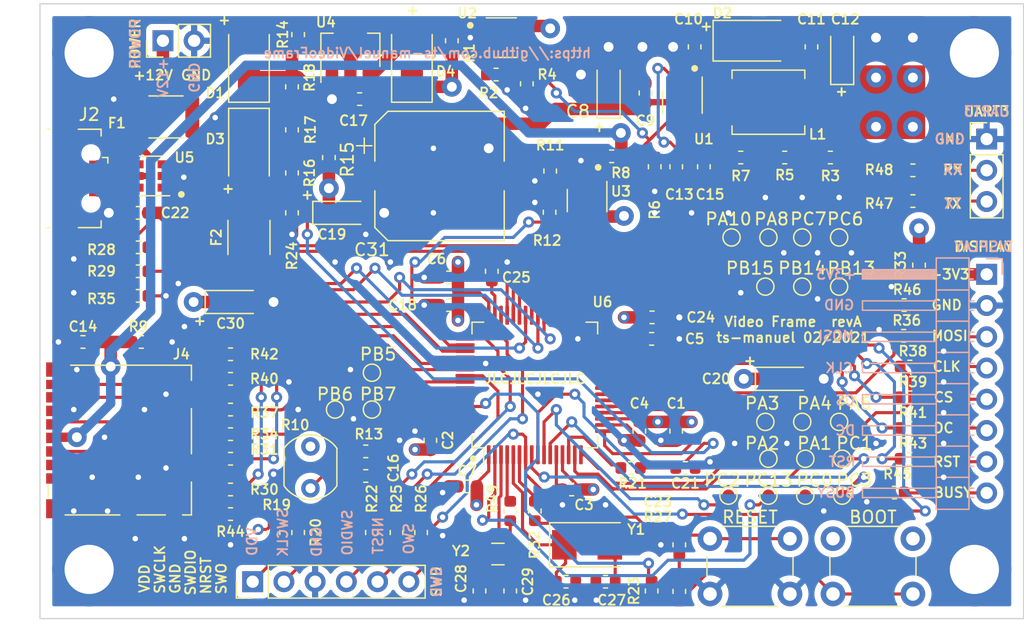
<source format=kicad_pcb>
(kicad_pcb (version 20210126) (generator pcbnew)
  (title_block (title "Video Frame") (date "2021-02-27") (rev "A") (company "ts-manuel"))
  (layers (0 "F.Cu" signal) (1 "In1.Cu" power) (2 "In2.Cu" power) (31 "B.Cu" signal) (34 "B.Paste" user) (35 "F.Paste" user) (36 "B.SilkS" user "B.Silkscreen") (37 "F.SilkS" user "F.Silkscreen") (38 "B.Mask" user) (39 "F.Mask" user) (44 "Edge.Cuts" user))
  (net 0 "")
  (net 1 "GND")
  (net 2 "VDD")
  (net 3 "+BATT")
  (net 4 "Net-(C10-Pad2)")
  (net 5 "Net-(C10-Pad1)")
  (net 6 "+3V3")
  (net 7 "Net-(C13-Pad1)")
  (net 8 "Net-(C16-Pad2)")
  (net 9 "/LDR_GND")
  (net 10 "Net-(C17-Pad2)")
  (net 11 "Net-(C21-Pad1)")
  (net 12 "/VBUS")
  (net 13 "/NRST")
  (net 14 "Net-(C24-Pad1)")
  (net 15 "Net-(C25-Pad1)")
  (net 16 "/OSC_IN")
  (net 17 "Net-(C27-Pad1)")
  (net 18 "/OSC32_IN")
  (net 19 "Net-(C29-Pad1)")
  (net 20 "Net-(D1-Pad2)")
  (net 21 "Net-(D3-Pad2)")
  (net 22 "Net-(F1-Pad1)")
  (net 23 "unconnected-(J2-Pad6)")
  (net 25 "Net-(J2-Pad3)")
  (net 26 "Net-(J2-Pad2)")
  (net 27 "Net-(J3-Pad6)")
  (net 28 "Net-(J3-Pad5)")
  (net 29 "Net-(J3-Pad4)")
  (net 30 "Net-(J3-Pad2)")
  (net 31 "Net-(J3-Pad1)")
  (net 32 "Net-(J4-Pad10)")
  (net 33 "Net-(J4-Pad7)")
  (net 34 "Net-(J4-Pad5)")
  (net 35 "Net-(J4-Pad3)")
  (net 36 "Net-(J4-Pad2)")
  (net 37 "Net-(J4-Pad8)")
  (net 38 "Net-(J4-Pad1)")
  (net 39 "Net-(J5-Pad8)")
  (net 40 "Net-(J5-Pad7)")
  (net 41 "Net-(J5-Pad6)")
  (net 42 "Net-(J5-Pad5)")
  (net 43 "Net-(J5-Pad4)")
  (net 44 "Net-(J5-Pad3)")
  (net 45 "Net-(J5-Pad1)")
  (net 46 "Net-(J6-Pad3)")
  (net 47 "Net-(J6-Pad2)")
  (net 48 "Net-(R1-Pad1)")
  (net 49 "Net-(R2-Pad1)")
  (net 50 "Net-(R3-Pad1)")
  (net 51 "/3V3_EN")
  (net 52 "Net-(R5-Pad2)")
  (net 53 "Net-(R8-Pad1)")
  (net 54 "Net-(R11-Pad1)")
  (net 55 "/SD_EN")
  (net 56 "/LDR_SIG")
  (net 57 "Net-(C31-Pad1)")
  (net 58 "Net-(R16-Pad1)")
  (net 59 "Net-(R17-Pad2)")
  (net 60 "/SWCLK")
  (net 61 "/BAT_ADC")
  (net 62 "/SWDIO")
  (net 63 "/BOOT0")
  (net 64 "Net-(R23-Pad1)")
  (net 65 "/SWO")
  (net 66 "/USB_VBUS")
  (net 67 "Net-(R29-Pad2)")
  (net 68 "/SD_D2")
  (net 69 "/SD_D3")
  (net 70 "/OSC_OUT")
  (net 71 "/SD_CMD")
  (net 72 "/EP_MOSI")
  (net 73 "/SD_CLK")
  (net 74 "/EP_CLK")
  (net 75 "/EP_CS")
  (net 76 "/SD_D0")
  (net 77 "/EP_DC")
  (net 78 "/EP_RST")
  (net 79 "/SD_DET")
  (net 80 "/EP_BUSY")
  (net 81 "/BOOT1")
  (net 82 "/UART3_TX")
  (net 83 "/UART3_RX")
  (net 84 "/OSC32_OUT")
  (net 85 "Net-(TP1-Pad1)")
  (net 86 "Net-(TP2-Pad1)")
  (net 87 "Net-(TP3-Pad1)")
  (net 88 "Net-(TP4-Pad1)")
  (net 89 "Net-(TP5-Pad1)")
  (net 90 "Net-(TP6-Pad1)")
  (net 91 "Net-(TP7-Pad1)")
  (net 92 "Net-(TP8-Pad1)")
  (net 93 "Net-(TP9-Pad1)")
  (net 94 "Net-(TP10-Pad1)")
  (net 95 "Net-(TP11-Pad1)")
  (net 96 "Net-(TP12-Pad1)")
  (net 97 "Net-(TP13-Pad1)")
  (net 98 "Net-(TP14-Pad1)")
  (net 99 "Net-(TP15-Pad1)")
  (net 100 "Net-(TP16-Pad1)")
  (net 101 "Net-(TP17-Pad1)")
  (net 102 "Net-(TP18-Pad1)")
  (net 103 "Net-(TP19-Pad1)")
  (net 104 "Net-(TP20-Pad1)")
  (net 105 "/USB_D-")
  (net 106 "/USB_D+")
  (net 107 "/SD_D1")
  (net 108 "+3V3_SD")
  (net 109 "Net-(U4-Pad2)")
  (footprint "Resistor_SMD:R_0603_1608Metric" (layer "F.Cu") (at 103 94.8 180)
    (fp_text reference "R28")
    (fp_text value "33KΩ")
  )
  (footprint "TestPoint:TestPoint_Pad_D1.0mm" (layer "F.Cu") (at 154.25 112)
    (fp_text reference "TP2" hide)
    (fp_text value "PA2")
  )
  (footprint "Resistor_SMD:R_0603_1608Metric" (layer "F.Cu") (at 110.5 105.5 180)
    (fp_text reference "R40")
    (fp_text value "100Ω")
  )
  (footprint "Fuse:Fuse_1812_4532Metric" (layer "F.Cu") (at 112 94 90)
    (fp_text reference "F2")
    (fp_text value "500mA")
  )
  (footprint "Resistor_SMD:R_0603_1608Metric" (layer "F.Cu") (at 134.6 81.5 -90)
    (fp_text reference "R4")
    (fp_text value "33KΩ")
  )
  (footprint "Resistor_SMD:R_0603_1608Metric" (layer "F.Cu") (at 155.575 87.5 180)
    (fp_text reference "R5")
    (fp_text value "33KΩ")
  )
  (footprint "TestPoint:TestPoint_Pad_D1.0mm" (layer "F.Cu") (at 151.25 94)
    (fp_text reference "TP7" hide)
    (fp_text value "PA10")
  )
  (footprint "Resistor_SMD:R_0603_1608Metric" (layer "F.Cu") (at 136.45 91.95 90)
    (fp_text reference "R12")
    (fp_text value "33KΩ")
  )
  (footprint "Resistor_SMD:R_0603_1608Metric" (layer "F.Cu") (at 103 98.75)
    (fp_text reference "R35")
    (fp_text value "33KΩ")
  )
  (footprint "TestPoint:TestPoint_Pad_D1.0mm" (layer "F.Cu") (at 154 109)
    (fp_text reference "TP3" hide)
    (fp_text value "PA3")
  )
  (footprint "Package_TO_SOT_SMD:SOT-23-6" (layer "F.Cu") (at 104 89 180)
    (fp_text reference "U5")
    (fp_text value "USBLC6-2SC6")
  )
  (footprint "TestPoint:TestPoint_Pad_D1.0mm" (layer "F.Cu") (at 160 109)
    (fp_text reference "TP5" hide)
    (fp_text value "PA6")
  )
  (footprint "Resistor_SMD:R_0603_1608Metric" (layer "F.Cu") (at 166 91.04)
    (fp_text reference "R47")
    (fp_text value "100Ω")
  )
  (footprint "Package_TO_SOT_SMD:SOT-23-5_HandSoldering" (layer "F.Cu") (at 139.5 91 -90)
    (fp_text reference "U3")
    (fp_text value "SY6280A")
  )
  (footprint "Capacitor_SMD:C_0603_1608Metric" (layer "F.Cu") (at 141 122 180)
    (fp_text reference "C27")
    (fp_text value "15p")
  )
  (footprint "Capacitor_SMD:C_0603_1608Metric" (layer "F.Cu") (at 128.25 97.25 180)
    (fp_text reference "C18")
    (fp_text value "2.2u")
  )
  (footprint "Capacitor_Tantalum_SMD:CP_EIA-3216-10_Kemet-I" (layer "F.Cu") (at 155.5 105.5)
    (fp_text reference "C20")
    (fp_text value "10u")
  )
  (footprint "Resistor_SMD:R_0603_1608Metric" (layer "F.Cu") (at 118.5 87.5 90)
    (fp_text reference "R15")
    (fp_text value "100Ω")
  )
  (footprint "Capacitor_SMD:C_0603_1608Metric" (layer "F.Cu") (at 137.7875 122)
    (fp_text reference "C26")
    (fp_text value "15p")
  )
  (footprint "Resistor_SMD:R_0603_1608Metric" (layer "F.Cu") (at 110.5 108 180)
    (fp_text reference "R37")
    (fp_text value "100Ω")
  )
  (footprint "TestPoint:TestPoint_Pad_D1.0mm" (layer "F.Cu") (at 157 109)
    (fp_text reference "TP4" hide)
    (fp_text value "PA4")
  )
  (footprint "TestPoint:TestPoint_Pad_D1.0mm" (layer "F.Cu") (at 160 94)
    (fp_text reference "TP13" hide)
    (fp_text value "PC6")
  )
  (footprint "Resistor_SMD:R_0603_1608Metric" (layer "F.Cu") (at 166 88.54)
    (fp_text reference "R48")
    (fp_text value "100Ω")
  )
  (footprint "Capacitor_SMD:C_0603_1608Metric" (layer "F.Cu") (at 149 88.25 -90)
    (fp_text reference "C15")
    (fp_text value "15p")
  )
  (footprint "Button_Switch_THT:SW_PUSH_6mm" (layer "F.Cu") (at 156 123 180)
    (fp_text reference "SW2" hide)
    (fp_text value "RESET")
  )
  (footprint "Capacitor_SMD:C_0603_1608Metric" (layer "F.Cu") (at 126.75 110.5 -90)
    (fp_text reference "C2")
    (fp_text value "100n")
  )
  (footprint "Capacitor_SMD:C_0603_1608Metric" (layer "F.Cu") (at 98.5 102.5 180)
    (fp_text reference "C14")
    (fp_text value "2.2u")
  )
  (footprint "Resistor_SMD:R_0603_1608Metric" (layer "F.Cu") (at 159.2875 87.5)
    (fp_text reference "R3")
    (fp_text value "33KΩ")
  )
  (footprint "TestPoint:TestPoint_Pad_D1.0mm" (layer "F.Cu") (at 157.25 115)
    (fp_text reference "TP8" hide)
    (fp_text value "PC0")
  )
  (footprint "Capacitor_SMD:C_0603_1608Metric" (layer "F.Cu") (at 144.75 102.25)
    (fp_text reference "C24")
    (fp_text value "2.2u")
  )
  (footprint "Resistor_SMD:R_0603_1608Metric" (layer "F.Cu") (at 121.5 111.4 180)
    (fp_text reference "R13")
    (fp_text value "100Ω")
  )
  (footprint "Capacitor_SMD:C_0603_1608Metric" (layer "F.Cu") (at 133.25 122.75 -90)
    (fp_text reference "C29")
    (fp_text value "15p")
  )
  (footprint "Crystal:Crystal_SMD_5032-2Pin_5.0x3.2mm" (layer "F.Cu") (at 139.5 119)
    (fp_text reference "Y1")
    (fp_text value "8MHz")
  )
  (footprint "Capacitor_SMD:C_0603_1608Metric" (layer "F.Cu") (at 148.25 78.5 -90)
    (fp_text reference "C10")
    (fp_text value "100n")
  )
  (footprint "TestPoint:TestPoint_Pad_D1.0mm" (layer "F.Cu") (at 160.25 112)
    (fp_text reference "TP9" hide)
    (fp_text value "PC1")
  )
  (footprint "Capacitor_SMD:C_0603_1608Metric" (layer "F.Cu") (at 103 92 180)
    (fp_text reference "C22")
    (fp_text value "2.2u")
  )
  (footprint "Resistor_SMD:R_0603_1608Metric" (layer "F.Cu") (at 103.25 102.5)
    (fp_text reference "R9")
    (fp_text value "33KΩ")
  )
  (footprint "Resistor_SMD:R_0603_1608Metric" (layer "F.Cu") (at 133.25 116.25 90)
    (fp_text reference "R49")
    (fp_text value "100Ω")
  )
  (footprint "Resistor_SMD:R_0603_1608Metric" (layer "F.Cu") (at 126 118 -90)
    (fp_text reference "R26")
    (fp_text value "100Ω")
  )
  (footprint "Resistor_SMD:R_0603_1608Metric" (layer "F.Cu") (at 132.1 80.75)
    (fp_text reference "R2")
    (fp_text value "33KΩ")
  )
  (footprint "Resistor_SMD:R_0603_1608Metric" (layer "F.Cu") (at 115.5 85.25 90)
    (fp_text reference "R17")
    (fp_text value "1MΩ")
  )
  (footprint "Resistor_SMD:R_0603_1608Metric" (layer "F.Cu") (at 152 87.5)
    (fp_text reference "R7")
    (fp_text value "33KΩ")
  )
  (footprint "Connector_PinHeader_2.54mm:PinHeader_1x03_P2.54mm_Vertical" (layer "F.Cu") (at 172 86)
    (fp_text reference "J6" hide)
    (fp_text value "USART3")
  )
  (footprint "Connector_Card:microSD_HC_Molex_104031-0811" (layer "F.Cu") (at 101.5 110.5 90)
    (fp_text reference "J4")
    (fp_text value "Micro_SD_Card_Det")
  )
  (footprint "Package_QFP:LQFP-64_10x10mm_P0.5mm" (layer "F.Cu") (at 135.25 106 90)
    (fp_text reference "U6")
    (fp_text value "STM32F405RGT6")
  )
  (footprint "Capacitor_SMD:C_0603_1608Metric" (layer "F.Cu") (at 129.75 114.25)
    (fp_text reference "C7")
    (fp_text value "100n")
  )
  (footprint "Capacitor_Tantalum_SMD:CP_EIA-3216-10_Kemet-I" (layer "F.Cu") (at 160.25 79.25 90)
    (fp_text reference "C12")
    (fp_text value "10u")
  )
  (footprint "Resistor_SMD:R_0603_1608Metric" (layer "F.Cu") (at 135.25 116.25 90)
    (fp_text reference "R32")
    (fp_text value "100Ω")
  )
  (footprint "Capacitor_SMD:CP_Elec_10x7.7" (layer "F.Cu") (at 127.5 89)
    (fp_text reference "C31")
    (fp_text value "47m")
  )
  (footprint "Capacitor_SMD:C_0603_1608Metric" (layer "F.Cu") (at 146.75 109.75 -90)
    (fp_text reference "C1")
    (fp_text value "2.2u")
  )
  (footprint "Fuse:Fuse_1812_4532Metric" (layer "F.Cu") (at 105.25 84.2)
    (fp_text reference "F1")
    (fp_text value "500mA")
  )
  (footprint "Resistor_SMD:R_0603_1608Metric" (layer "F.Cu") (at 115.5 92 -90)
    (fp_text reference "R24")
    (fp_text value "1MΩ")
  )
  (footprint "Resistor_SMD:R_0603_1608Metric" (layer "F.Cu") (at 147 122.7875 90)
    (fp_text reference "R27")
    (fp_text value "33KΩ")
  )
  (footprint "TestPoint:TestPoint_Pad_D1.0mm" (layer "F.Cu") (at 157.25 112)
    (fp_text reference "TP1" hide)
    (fp_text value "PA1")
  )
  (footprint "Resistor_SMD:R_0603_1608Metric" (layer "F.Cu") (at 165.75 104.5)
    (fp_text reference "R38")
    (fp_text value "100Ω")
  )
  (footprint "Capacitor_SMD:C_0603_1608Metric" (layer "F.Cu") (at 128.25 99.5)
    (fp_text reference "C6")
    (fp_text value "100n")
  )
  (footprint "Inductor_SMD:L_Murata_LQH55DN_5.7x5.0mm" (layer "F.Cu") (at 154.25 83)
    (fp_text reference "L1")
    (fp_text value "MWSA0402S-4R7MT")
  )
  (footprint "Package_TO_SOT_SMD:SOT-89-3" (layer "F.Cu") (at 120.25 79.167 90)
    (fp_text reference "U4")
    (fp_text value "HT7533-1")
  )
  (footprint "TestPoint:TestPoint_Pad_D1.0mm" (layer "F.Cu") (at 151 115)
    (fp_text reference "TP10" hide)
    (fp_text value "PC2")
  )
  (footprint "Resistor_SMD:R_0603_1608Metric" (layer "F.Cu") (at 114 118 -90)
    (fp_text reference "R19")
    (fp_text value "100Ω")
  )
  (footprint "Capacitor_SMD:C_0603_1608Metric" (layer "F.Cu") (at 130.75 122.75 -90)
    (fp_text reference "C28")
    (fp_text value "15p")
  )
  (footprint "TestPoint:TestPoint_Pad_D1.0mm" (layer "F.Cu") (at 154.25 94)
    (fp_text reference "TP6" hide)
    (fp_text value "PA8")
  )
  (footprint "TestPoint:TestPoint_Pad_D1.0mm" (layer "F.Cu") (at 122 108)
    (fp_text reference "TP16" hide)
    (fp_text value "PB7")
  )
  (footprint "Resistor_SMD:R_0603_1608Metric" (layer "F.Cu") (at 110.5 110 180)
    (fp_text reference "R34")
    (fp_text value "100Ω")
  )
  (footprint "TestPoint:TestPoint_Pad_D1.0mm" (layer "F.Cu") (at 154 98)
    (fp_text reference "TP20" hide)
    (fp_text value "PB15")
  )
  (footprint "TestPoint:TestPoint_Pad_D1.0mm" (layer "F.Cu") (at 122 105)
    (fp_text reference "TP12" hide)
    (fp_text value "PB5")
  )
  (footprint "Resistor_SMD:R_0603_1608Metric" (layer "F.Cu") (at 122 118 -90)
    (fp_text reference "R22")
    (fp_text value "100Ω")
  )
  (footprint "OptoDevice:R_LDR_5.1x4.3mm_P3.4mm_Vertical" (layer "F.Cu") (at 117 111 -90)
    (fp_text reference "R10")
    (fp_text value "LDR")
  )
  (footprint "TestPoint:TestPoint_Pad_D1.0mm" (layer "F.Cu") (at 154.25 115)
    (fp_text reference "TP17" hide)
    (fp_text value "PC13")
  )
  (footprint "Resistor_SMD:R_0603_1608Metric" (layer "F.Cu") (at 136.5 88.6 -90)
    (fp_text reference "R11")
    (fp_text value "33KΩ")
  )
  (footprint "Resistor_SMD:R_0603_1608Metric" (layer "F.Cu") (at 110.5 112 180)
    (fp_text reference "R31")
    (fp_text value "100Ω")
  )
  (footprint "Package_TO_SOT_SMD:SOT-23-6_Handsoldering" (layer "F.Cu") (at 147.25 83 -90)
    (fp_text reference "U1")
    (fp_text value "MP2451DT")
  )
  (footprint "Resistor_SMD:R_0603_1608Metric" (layer "F.Cu") (at 115.5 81.75 -90)
    (fp_text reference "R18")
    (fp_text value "1MΩ")
  )
  (footprint "Resistor_SMD:R_0603_1608Metric" (layer "F.Cu") (at 110.5 103.5 180)
    (fp_text reference "R42")
    (fp_text value "100Ω")
  )
  (footprint "Resistor_SMD:R_0603_1608Metric" (layer "F.Cu") (at 124 118 -90)
    (fp_text reference "R25")
    (fp_text value "100Ω")
  )
  (footprint "Resistor_SMD:R_0603_1608Metric" (layer "F.Cu") (at 141.5 87.4)
    (fp_text reference "R8")
    (fp_text value "0Ω")
  )
  (footprint "TestPoint:TestPoint_Pad_D1.0mm" (layer "F.Cu") (at 160 98)
    (fp_text reference "TP18" hide)
    (fp_text value "PB13")
  )
  (footprint "Resistor_SMD:R_0603_1608Metric" (layer "F.Cu") (at 143.0375 112.75)
    (fp_text reference "R21")
    (fp_text value "100Ω")
  )
  (footprint "Resistor_SMD:R_0603_1608Metric" (layer "F.Cu") (at 128.5 78 -90)
    (fp_text reference "R1")
    (fp_text value "0Ω")
  )
  (footprint "Resistor_SMD:R_0603_1608Metric" (layer "F.Cu") (at 110.5 114.5 180)
    (fp_text reference "R30")
    (fp_text value "100Ω")
  )
  (footprint "TestPoint:TestPoint_Pad_D1.0mm" (layer "F.Cu") (at 119 108)
    (fp_text reference "TP14" hide)
    (fp_text value "PB6")
  )
  (footprint "Diode_SMD:D_SMA" (layer "F.Cu") (at 112 87 -90)
    (fp_text reference "D3")
    (fp_text value "SS14")
  )
  (footprint "Capacitor_SMD:C_0603_1608Metric" (layer "F.Cu") (at 147.5 112.75)
    (fp_text reference "C21")
    (fp_text value "2.2u")
  )
  (footprint "Resistor_SMD:R_0603_1608Metric" (layer "F.Cu") (at 165.2875 99.5)
    (fp_text reference "R46")
    (fp_text value "33KΩ")
  )
  (footprint "Resistor_SMD:R_0603_1608Metric" (layer "F.Cu") (at 145 88.25 -90)
    (fp_text reference "R6")
    (fp_text value "33KΩ")
  )
  (footprint "Crystal:Crystal_SMD_3215-2Pin_3.2x1.5mm" (layer "F.Cu") (at 132.25 119.75 180)
    (fp_text reference "Y2")
    (fp_text value "32.768KHz")
  )
  (footprint "Resistor_SMD:R_0603_1608Metric" (layer "F.Cu") (at 115.5 88.75 -90)
    (fp_text reference "R16")
    (fp_text value "1MΩ")
  )
  (footprint "Capacitor_SMD:C_0603_1608Metric" (layer "F.Cu") (at 157.75 78.5 90)
    (fp_text reference "C11")
    (fp_text value "2.2u")
  )
  (footprint "Resistor_SMD:R_0603_1608Metric" (layer "F.Cu") (at 116 118 -90)
    (fp_text reference "R20")
    (fp_text value "100Ω")
  )
  (footprint "Connector_PinHeader_2.54mm:PinHeader_1x06_P2.54mm_Vertical" (layer "F.Cu") (at 112.3 122 90)
    (fp_text reference "J3" hide)
    (fp_text value "DBG_SWD")
  )
  (footprint "Resistor_SMD:R_0603_1608Metric" (layer "F.Cu") (at 110.5 116.5 180)
    (fp_text reference "R44")
    (fp_text value "100Ω")
  )
  (footprint "Capacitor_SMD:C_0603_1608Metric" (layer "F.Cu") (at 147 119 90)
    (fp_text reference "C23")
    (fp_text value "100n")
  )
  (footprint "Resistor_SMD:R_0603_1608Metric" (layer "F.Cu") (at 166.5 96.25 -90)
    (fp_text reference "R33")
    (fp_text value "0Ω")
  )
  (footprint "Capacitor_SMD:C_0603_1608Metric" (layer "F.Cu") (at 144.25 82.25 90)
    (fp_text reference "C9")
    (fp_text value "2.2u")
  )
  (footprint "Capacitor_SMD:C_0603_1608Metric" (layer "F.Cu") (at 131.75 96.75 90)
    (fp_text reference "C25")
    (fp_text value "2.2u")
  )
  (footprint "Diode_SMD:D_SMA" (layer "F.Cu") (at 153.25 78)
    (fp_text reference "D2")
    (fp_text value "SS14")
  )
  (footprint "Resistor_SMD:R_0603_1608Metric" (layer "F.Cu") (at 165.25 102)
    (fp_text reference "R36")
    (fp_text value "100Ω")
  )
  (footprint "Capacitor_SMD:C_0603_1608Metric" (layer "F.Cu") (at 138.25 114.5)
    (fp_text reference "C3")
    (fp_text value "100n")
  )
  (footprint "Capacitor_Tantalum_SMD:CP_EIA-3216-10_Kemet-I" (layer "F.Cu") (at 110.75 99.25)
    (fp_text reference "C30")
    (fp_text value "10u")
  )
  (footprint "Package_TO_SOT_SMD:SOT-23-5_HandSoldering" (layer "F.Cu") (at 132.85 77.75)
    (fp_text reference "U2")
    (fp_text value "SY6280A")
  )
  (footprint "Resistor_SMD:R_0603_1608Metric" (layer "F.Cu") (at 165.75 109.5)
    (fp_text reference "R41")
    (fp_text value "100Ω")
  )
  (footprint "TestPoint:TestPoint_Pad_D1.0mm" (layer "F.Cu") (at 160.25 115)
    (fp_text reference "TP11" hide)
    (fp_text value "PC3")
  )
  (footprint "Capacitor_SMD:C_0603_1608Metric" (layer "F.Cu") (at 121.5 113.4 180)
    (fp_text reference "C16")
    (fp_text value "100n")
  )
  (footprint "Connector_MicroUSB:USB_Micro-B_CUI_Devices-UJ2-MIBH-G-SMT-TR" (layer "F.Cu") (at 97 88 -90)
    (fp_text reference "J2")
    (fp_text value "USB_B_Micro")
  )
  (footprint "Button_Switch_THT:SW_PUSH_6mm" (layer "F.Cu") (at 166 123 180)
    (fp_text reference "SW1" hide)
    (fp_text value "BOOT")
  )
  (footprint "Resistor_SMD:R_0603_1608Metric" (layer "F.Cu") (at 116 77.5 -90)
    (fp_text reference "R14")
    (fp_text value "0Ω")
  )
  (footprint "Capacitor_SMD:C_0603_1608Metric" (layer "F.Cu") (at 143.75 109.75 90)
    (fp_text reference "C4")
    (fp_text value "100n")
  )
  (footprint "Resistor_SMD:R_0603_1608Metric" (layer "F.Cu") (at 144.75 122.75 90)
    (fp_text reference "R23")
    (fp_text value "100Ω")
  )
  (footprint "Capacitor_SMD:C_0603_1608Metric" (layer "F.Cu") (at 144.7875 100.5 180)
    (fp_text reference "C5")
    (fp_text value "100n")
  )
  (footprint "Resistor_SMD:R_0603_1608Metric" (layer "F.Cu") (at 103 96.75 180)
    (fp_text reference "R29")
    (fp_text value "33KΩ")
  )
  (footprint "Diode_SMD:D_SMA" (layer "F.Cu") (at 125.25 79.5 90)
    (fp_text reference "D4")
    (fp_text value "SS14")
  )
  (footprint "Connector_PinHeader_2.54mm:PinHeader_1x02_P2.54mm_Vertical" (layer "F.Cu") (at 105 78 90)
    (fp_text reference "J1" hide)
    (fp_text value "POWER")
  )
  (footprint "Capacitor_Tantalum_SMD:CP_EIA-3216-10_Kemet-I" (layer "F.Cu") (at 141.25 82 90)
    (fp_text reference "C8")
    (fp_text value "10u")
  )
  (footprint "Capacitor_Tantalum_SMD:CP_EIA-3216-10_Kemet-I" (layer "F.Cu") (at 119.5 92)
    (fp_text reference "C19")
    (fp_text value "10u")
  )
  (footprint "Diode_SMD:D_SMA" (layer "F.Cu") (at 112 79.5 90)
    (fp_text reference "D1")
    (fp_text value "SS14")
  )
  (footprint "TestPoint:TestPoint_Pad_D1.0mm" (layer "F.Cu") (at 157 94)
    (fp_text reference "TP15" hide)
    (fp_text value "PC7")
  )
  (footprint "Resistor_SMD:R_0603_1608Metric" (layer "F.Cu") (at 164.5 114.75)
    (fp_text reference "R45")
    (fp_text value "100Ω")
  )
  (footprint "TestPoint:TestPoint_Pad_D1.0mm" (layer "F.Cu") (at 157 98)
    (fp_text reference "TP19" hide)
    (fp_text value "PB14")
  )
  (footprint "Resistor_SMD:R_0603_1608Metric" (layer "F.Cu") (at 165.75 112)
    (fp_text reference "R43")
    (fp_text value "100Ω")
  )
  (footprint "Capacitor_SMD:C_0603_1608Metric" (layer "F.Cu") (at 146.75 88.25 -90)
    (fp_text reference "C13")
    (fp_text value "15p")
  )
  (footprint "Capacitor_SMD:C_0603_1608Metric" (layer "F.Cu") (at 121 82.75)
    (fp_text reference "C17")
    (fp_text value "100n")
  )
  (footprint "Resistor_SMD:R_0603_1608Metric" (layer "F.Cu") (at 165.75 107)
    (fp_text reference "R39")
    (fp_text value "100Ω")
  )
  (footprint "Connector_PinHeader_2.54mm:PinHeader_1x08_P2.54mm_Horizontal" (layer "B.Cu") (at 172 97 180)
    (fp_text reference "J5" hide)
    (fp_text value "DISPLAY")
  )
  (gr_circle (center 140.4 88.3) (end 140.6 88.3) (layer "F.SilkS") (width 0.15) (fill solid))
  (gr_circle (center 130 76.75) (end 130.2 76.75) (layer "F.SilkS") (width 0.15) (fill solid))
  (gr_circle (center 148.25 80.25) (end 148.45 80.25) (layer "F.SilkS") (width 0.15) (fill solid))
  (gr_circle (center 106.5 90.5) (end 106.7 90.5) (layer "F.SilkS") (width 0.15) (fill solid))
  (gr_circle (center 130.25 112) (end 130.45 112) (layer "F.SilkS") (width 0.15) (fill solid))
  (gr_rect (start 95 75) (end 175 125) (layer "Edge.Cuts") (width 0.1) (fill none))
  (gr_text "CLK" (at 160 104.62) (layer "B.SilkS") (effects (font (size 0.8 0.8) (thickness 0.153)) (justify mirror)))
  (gr_text "RST" (at 160.25 112.24) (layer "B.SilkS") (effects (font (size 0.8 0.8) (thickness 0.153)) (justify mirror)))
  (gr_text "SWDIO" (at 120 118 90) (layer "B.SilkS") (effects (font (size 0.8 0.8) (thickness 0.153)) (justify mirror)))
  (gr_text "SWCLK" (at 114.75 118 90) (layer "B.SilkS") (effects (font (size 0.8 0.8) (thickness 0.153)) (justify mirror)))
  (gr_text "GND" (at 160 99.5) (layer "B.SilkS") (effects (font (size 0.8 0.8) (thickness 0.153)) (justify mirror)))
  (gr_text "GND" (at 117.5 118.75 90) (layer "B.SilkS") (effects (font (size 0.8 0.8) (thickness 0.153)) (justify mirror)))
  (gr_text "+3V3" (at 159.75 97) (layer "B.SilkS") (effects (font (size 0.8 0.8) (thickness 0.153)) (justify mirror)))
  (gr_text "TX" (at 169.25 91.25) (layer "B.SilkS") (effects (font (size 0.8 0.8) (thickness 0.153)) (justify mirror)))
  (gr_text "GND" (at 169 86) (layer "B.SilkS") (effects (font (size 0.8 0.8) (thickness 0.153)) (justify mirror)))
  (gr_text "SWO" (at 125 118.5 90) (layer "B.SilkS") (effects (font (size 0.8 0.8) (thickness 0.153)) (justify mirror)))
  (gr_text "SWD" (at 127.25 122 90) (layer "B.SilkS") (effects (font (size 0.8 0.8) (thickness 0.153)) (justify mirror)))
  (gr_text "POWER" (at 102.75 78.25 90) (layer "B.SilkS") (effects (font (size 0.8 0.8) (thickness 0.153)) (justify mirror)))
  (gr_text "+12V" (at 105 81 90) (layer "B.SilkS") (effects (font (size 0.8 0.8) (thickness 0.153)) (justify mirror)))
  (gr_text "https://github.com/ts-manuel/VideoFrame" (at 126.5 79) (layer "B.SilkS") (effects (font (size 0.8 0.8) (thickness 0.153)) (justify mirror)))
  (gr_text "RX" (at 169.25 88.5) (layer "B.SilkS") (effects (font (size 0.8 0.8) (thickness 0.153)) (justify mirror)))
  (gr_text "DISPLAY" (at 171.75 94.75) (layer "B.SilkS") (effects (font (size 0.8 0.8) (thickness 0.153)) (justify mirror)))
  (gr_text "VDD" (at 112.25 118.75 90) (layer "B.SilkS") (effects (font (size 0.8 0.8) (thickness 0.153)) (justify mirror)))
  (gr_text "GND" (at 107.5 81 270) (layer "B.SilkS") (effects (font (size 0.8 0.8) (thickness 0.153)) (justify mirror)))
  (gr_text "DC" (at 160.5 109.7) (layer "B.SilkS") (effects (font (size 0.8 0.8) (thickness 0.153)) (justify mirror)))
  (gr_text "UART3" (at 172 83.75) (layer "B.SilkS") (effects (font (size 0.8 0.8) (thickness 0.153)) (justify mirror)))
  (gr_text "MOSI" (at 159.75 102) (layer "B.SilkS") (effects (font (size 0.8 0.8) (thickness 0.153)) (justify mirror)))
  (gr_text "CS" (at 160.5 107.25) (layer "B.SilkS") (effects (font (size 0.8 0.8) (thickness 0.153)) (justify mirror)))
  (gr_text "NRST" (at 122.5 118.25 90) (layer "B.SilkS") (effects (font (size 0.8 0.8) (thickness 0.153)) (justify mirror)))
  (gr_text "BUSY" (at 159.75 114.75) (layer "B.SilkS") (effects (font (size 0.8 0.8) (thickness 0.153)) (justify mirror)))
  (gr_text "+" (at 160.2 82.1) (layer "F.SilkS") (effects (font (size 0.8 0.8) (thickness 0.153))))
  (gr_text "GND" (at 169 86) (layer "F.SilkS") (effects (font (size 0.8 0.8) (thickness 0.153))))
  (gr_text "RST" (at 168.75 112.25) (layer "F.SilkS") (effects (font (size 0.8 0.8) (thickness 0.153))))
  (gr_text "UART3" (at 172 83.75) (layer "F.SilkS") (effects (font (size 0.8 0.8) (thickness 0.153))))
  (gr_text "+" (at 116.75 90.5) (layer "F.SilkS") (effects (font (size 0.8 0.8) (thickness 0.153))))
  (gr_text "MOSI" (at 169 102) (layer "F.SilkS") (effects (font (size 0.8 0.8) (thickness 0.153))))
  (gr_text "POWER" (at 102.75 78.25 90) (layer "F.SilkS") (effects (font (size 0.8 0.8) (thickness 0.153))))
  (gr_text "+" (at 108 100.75) (layer "F.SilkS") (effects (font (size 0.8 0.8) (thickness 0.153))))
  (gr_text "RX" (at 169.25 88.5) (layer "F.SilkS") (effects (font (size 0.8 0.8) (thickness 0.153))))
  (gr_text "DISPLAY" (at 171.75 94.75) (layer "F.SilkS") (effects (font (size 0.8 0.8) (thickness 0.153))))
  (gr_text "CLK" (at 168.75 104.5) (layer "F.SilkS") (effects (font (size 0.8 0.8) (thickness 0.153))))
  (gr_text "+" (at 110 76.3) (layer "F.SilkS") (effects (font (size 0.8 0.8) (thickness 0.153))))
  (gr_text "+12V" (at 104.2 80.8) (layer "F.SilkS") (effects (font (size 0.8 0.8) (thickness 0.153))))
  (gr_text "GND" (at 168.75 99.5) (layer "F.SilkS") (effects (font (size 0.8 0.8) (thickness 0.153))))
  (gr_text "+" (at 149.2 76.8) (layer "F.SilkS") (effects (font (size 0.8 0.8) (thickness 0.153))))
  (gr_text "+3V3" (at 169 97) (layer "F.SilkS") (effects (font (size 0.8 0.8) (thickness 0.153))))
  (gr_text "Video Frame  revA\nts-manuel 02/2021" (at 156.25 101.5) (layer "F.SilkS") (effects (font (size 0.8 0.8) (thickness 0.153))))
  (gr_text "BUSY" (at 169.25 114.75) (layer "F.SilkS") (effects (font (size 0.8 0.8) (thickness 0.153))))
  (gr_text "NRST" (at 108.5 121.5 90) (layer "F.SilkS") (effects (font (size 0.8 0.8) (thickness 0.153))))
  (gr_text "TX" (at 169.25 91.25) (layer "F.SilkS") (effects (font (size 0.8 0.8) (thickness 0.153))))
  (gr_text "JLCJLCJLCJLC" (at 135.25 105.5) (layer "F.SilkS") (effects (font (size 0.8 0.8) (thickness 0.153))))
  (gr_text "DC" (at 168.5 109.5) (layer "F.SilkS") (effects (font (size 0.8 0.8) (thickness 0.153))))
  (gr_text "VDD" (at 103.5 121.75 90) (layer "F.SilkS") (effects (font (size 0.8 0.8) (thickness 0.153))))
  (gr_text "SWO" (at 109.75 121.75 90) (layer "F.SilkS") (effects (font (size 0.8 0.8) (thickness 0.153))))
  (gr_text "+" (at 110.3 90) (layer "F.SilkS") (effects (font (size 0.8 0.8) (thickness 0.153))))
  (gr_text "+" (at 125.3 75.5) (layer "F.SilkS") (effects (font (size 0.8 0.8) (thickness 0.153))))
  (gr_text "SWDIO" (at 107.25 121.25 90) (layer "F.SilkS") (effects (font (size 0.8 0.8) (thickness 0.153))))
  (gr_text "SWD" (at 127.25 122 90) (layer "F.SilkS") (effects (font (size 0.8 0.8) (thickness 0.153))))
  (gr_text "GND" (at 106 121.75 90) (layer "F.SilkS") (effects (font (size 0.8 0.8) (thickness 0.153))))
  (gr_text "SWCLK" (at 104.75 121 90) (layer "F.SilkS") (effects (font (size 0.8 0.8) (thickness 0.153))))
  (gr_text "+" (at 152.75 104) (layer "F.SilkS") (effects (font (size 0.8 0.8) (thickness 0.153))))
  (gr_text "CS" (at 168.5 107) (layer "F.SilkS") (effects (font (size 0.8 0.8) (thickness 0.153))))
  (gr_text "+" (at 140.5 85) (layer "F.SilkS") (effects (font (size 0.8 0.8) (thickness 0.153))))
  (gr_text "GND" (at 107.7 80.8) (layer "F.SilkS") (effects (font (size 0.8 0.8) (thickness 0.153))))
  (segment (start 157.75 77.7125) (end 155.5375 77.7125) (width 1.016) (layer "F.Cu") (net 1))
  (segment (start 100.7125 90.5) (end 101.40625 91.19375) (width 0.381) (layer "F.Cu") (net 1))
  (segment (start 141.5 80.75) (end 142.2125 81.4625) (width 1.016) (layer "F.Cu") (net 1))
  (segment (start 101.40625 91.19375) (end 100.6 92) (width 0.381) (layer "F.Cu") (net 1))
  (segment (start 142.7125 109.25) (end 143.75 110.2875) (width 0.254) (layer "F.Cu") (net 1))
  (segment (start 101.40625 91.19375) (end 102.2125 92) (width 0.381) (layer "F.Cu") (net 1))
  (segment (start 147.25 81.65) (end 147.25 80.25) (width 0.508) (layer "F.Cu") (net 1))
  (segment (start 145.5375 110.5375) (end 146.75 110.5375) (width 1.016) (layer "F.Cu") (net 1))
  (segment (start 106.855 106.75) (end 106.875 106.77) (width 1.016) (layer "F.Cu") (net 1))
  (segment (start 128.9625 114.25) (end 128.25 114.25) (width 1.016) (layer "F.Cu") (net 1))
  (segment (start 137.5 115.75) (end 137.5 114.5375) (width 1.016) (layer "F.Cu") (net 1))
  (segment (start 156.85 105.5) (end 158.75 105.5) (width 1.016) (layer "F.Cu") (net 1))
  (segment (start 97.7125 102.5) (end 96.5 102.5) (width 1.016) (layer "F.Cu") (net 1))
  (segment (start 98 104.75) (end 96.405 104.75) (width 1.016) (layer "F.Cu") (net 1))
  (segment (start 146.2125 119) (end 147 119.7875) (width 0.254) (layer "F.Cu") (net 1))
  (segment (start 97.75 108) (end 97.645 108.105) (width 0.254) (layer "F.Cu") (net 1))
  (segment (start 149.5 112.25) (end 149 112.75) (width 0.254) (layer "F.Cu") (net 1))
  (segment (start 102.19 116.25) (end 102.2 116.24) (width 1.016) (layer "F.Cu") (net 1))
  (segment (start 133.2875 123.5) (end 133.25 123.5375) (width 0.254) (layer "F.Cu") (net 1))
  (segment (start 99.675 90.5) (end 100.7125 90.5) (width 0.381) (layer "F.Cu") (net 1))
  (segment (start 139 80.75) (end 141.5 80.75) (width 1.016) (layer "F.Cu") (net 1))
  (segment (start 134.5 82.3875) (end 134.6 82.2875) (width 0.25) (layer "F.Cu") (net 1))
  (segment (start 105.2 89.1) (end 105.1 89) (width 0.25) (layer "F.Cu") (net 1))
  (segment (start 131.5 88.65) (end 131.85 89) (width 1.016) (layer "F.Cu") (net 1))
  (segment (start 137 111.675) (end 137 114.0375) (width 0.254) (layer "F.Cu") (net 1))
  (segment (start 97.565 116.065) (end 97.75 116.25) (width 1.016) (layer "F.Cu") (net 1))
  (segment (start 140.25 123.5) (end 140.25 122.0375) (width 0.254) (layer "F.Cu") (net 1))
  (segment (start 147 122) (end 147 119.7875) (width 0.254) (layer "F.Cu") (net 1))
  (segment (start 140.925 109.25) (end 142.7125 109.25) (width 0.254) (layer "F.Cu") (net 1))
  (segment (start 137.5 114.5375) (end 137.4625 114.5) (width 1.016) (layer "F.Cu") (net 1))
  (segment (start 142.5 110.5) (end 143.7125 110.5) (width 1.016) (layer "F.Cu") (net 1))
  (segment (start 137 114.0375) (end 137.4625 114.5) (width 0.254) (layer "F.Cu") (net 1))
  (segment (start 120.85 92) (end 123 92) (width 1.016) (layer "F.Cu") (net 1))
  (segment (start 136.5 89.3875) (end 135.2625 89.3875) (width 0.25) (layer "F.Cu") (net 1))
  (segment (start 155.5375 77.7125) (end 155.25 78) (width 1.016) (layer "F.Cu") (net 1))
  (segment (start 126.75 109.7125) (end 127.2125 109.25) (width 0.254) (layer "F.Cu") (net 1))
  (segment (start 163 77.75) (end 162.9625 77.7125) (width 1.016) (layer "F.Cu") (net 1))
  (segment (start 147.25 80.25) (end 146.75 79.75) (width 0.508) (layer "F.Cu") (net 1))
  (segment (start 138.5 123.5) (end 138.575 123.425) (width 0.254) (layer "F.Cu") (net 1))
  (segment (start 118.75 80.647) (end 118.75 81.67492) (width 1.016) (layer "F.Cu") (net 1))
  (segment (start 119.82508 82.75) (end 120.2125 82.75) (width 1.016) (layer "F.Cu") (net 1))
  (segment (start 129.5 123.5) (end 130.7125 123.5) (width 0.254) (layer "F.Cu") (net 1))
  (segment (start 145.5 110.5) (end 145.5375 110.5375) (width 1.016) (layer "F.Cu") (net 1))
  (segment (start 103.7875 98.75) (end 105.25 98.75) (width 0.254) (layer "F.Cu") (net 1))
  (segment (start 136.45 91.1625) (end 135.2625 91.1625) (width 0.25) (layer "F.Cu") (net 1))
  (segment (start 130.7125 123.5) (end 130.75 123.5375) (width 0.254) (layer "F.Cu") (net 1))
  (segment (start 133 82) (end 133 80.8625) (width 0.25) (layer "F.Cu") (net 1))
  (segment (start 130 77.75) (end 131.5 77.75) (width 0.25) (layer "F.Cu") (net 1))
  (segment (start 133 80.8625) (end 132.8875 80.75) (width 0.25) (layer "F.Cu") (net 1))
  (segment (start 162.9625 77.7125) (end 157.75 77.7125) (width 1.016) (layer "F.Cu") (net 1))
  (segment (start 149 112.75) (end 148.5 112.75) (width 0.254) (layer "F.Cu") (net 1))
  (segment (start 96.175 116.065) (end 97.565 116.065) (width 1.016) (layer "F.Cu") (net 1))
  (segment (start 106.7 89.1) (end 105.2 89.1) (width 0.25) (layer "F.Cu") (net 1))
  (segment (start 126.7125 109.75) (end 126.75 109.7125) (width 1.016) (layer "F.Cu") (net 1))
  (segment (start 138.575 123.425) (end 138.575 122) (width 0.254) (layer "F.Cu") (net 1))
  (segment (start 105.25 106.75) (end 106.855 106.75) (width 1.016) (layer "F.Cu") (net 1))
  (segment (start 96.405 104.75) (end 96.4 104.745) (width 1.016) (layer "F.Cu") (net 1))
  (segment (start 140.25 122.0375) (end 140.2125 122) (width 0.254) (layer "F.Cu") (net 1))
  (segment (start 131.5 86.75) (end 131.5 88.65) (width 1.016) (layer "F.Cu") (net 1))
  (segment (start 118.75 82.75) (end 120.2125 82.75) (width 1.016) (layer "F.Cu") (net 1))
  (segment (start 139 87.75) (end 139.5 88.25) (width 0.25) (layer "F.Cu") (net 1))
  (segment (start 126.25 97.25) (end 127.4625 97.25) (width 1.016) (layer "F.Cu") (net 1))
  (segment (start 139.5 88.25) (end 139.5 89.65) (width 0.25) (layer "F.Cu") (net 1))
  (segment (start 115.5 93.75) (end 115.5 92.7875) (width 1.016) (layer "F.Cu") (net 1))
  (segment (start 135.2625 89.3875) (end 135.25 89.4) (width 0.25) (layer "F.Cu") (net 1))
  (segment (start 121 92) (end 123 92) (width 1.016) (layer "F.Cu") (net 1))
  (segment (start 147 102.25) (end 145.5375 102.25) (width 1.016) (layer "F.Cu") (net 1))
  (segment (start 142.2125 81.4625) (end 144.25 81.4625) (width 1.016) (layer "F.Cu") (net 1))
  (segment (start 134.5 83.5) (end 134.5 82.3875) (width 0.25) (layer "F.Cu") (net 1))
  (segment (start 100.5 116.25) (end 102.19 116.25) (width 1.016) (layer "F.Cu") (net 1))
  (segment (start 134.5 123.5) (end 133.2875 123.5) (width 0.254) (layer "F.Cu") (net 1))
  (segment (start 105.25 112.75) (end 106.865 112.75) (width 1.016) (layer "F.Cu") (net 1))
  (segment (start 97.645 108.105) (end 96.05 108.105) (width 0.254) (layer "F.Cu") (net 1))
  (segment (start 114 99.25) (end 112.1 99.25) (width 1.016) (layer "F.Cu") (net 1))
  (segment (start 118.75 81.67492) (end 119.82508 82.75) (width 1.016) (layer "F.Cu") (net 1))
  (segment (start 128.25 114.25) (end 127.75 114.75) (width 1.016) (layer "F.Cu") (net 1))
  (segment (start 125.5 109.75) (end 126.7125 109.75) (width 1.016) (layer "F.Cu") (net 1))
  (segment (start 145 90.25) (end 145 89.0375) (width 0.254) (layer "F.Cu") (net 1))
  (segment (start 106.865 112.75) (end 106.875 112.74) (width 1.016) (layer "F.Cu") (net 1))
  (segment (start 166.075 98.325) (end 165.75 98) (width 0.254) (layer "F.Cu") (net 1))
  (segment (start 166 77.75) (end 163 77.75) (width 1.016) (layer "F.Cu") (net 1))
  (segment (start 135.2625 91.1625) (end 135.25 91.15) (width 0.25) (layer "F.Cu") (net 1))
  (segment (start 133 96) (end 132.9625 95.9625) (width 1.016) (layer "F.Cu") (net 1))
  (segment (start 166.075 99.5) (end 166.075 98.325) (width 0.254) (layer "F.Cu") (net 1))
  (segment (start 132.9625 95.9625) (end 131.75 95.9625) (width 1.016) (layer "F.Cu") (net 1))
  (segment (start 145.5 119) (end 146.2125 119) (width 0.254) (layer "F.Cu") (net 1))
  (segment (start 127.2125 109.25) (end 129.575 109.25) (width 0.254) (layer "F.Cu") (net 1))
  (segment (start 165.75 98) (end 164.25 98) (width 0.254) (layer "F.Cu") (net 1))
  (segment (start 143.7125 110.5) (end 143.75 110.5375) (width 1.016) (layer "F.Cu") (net 1))
  (segment (start 127.4625 99.5) (end 126.25 99.5) (width 1.016) (layer "F.Cu") (net 1))
  (segment (start 104.0375 102.5) (end 105.75 102.5) (width 1.016) (layer "F.Cu") (net 1))
  (segment (start 147 100.5) (end 145.575 100.5) (width 1.016) (layer "F.Cu") (net 1))
  (via (at 147 100.5) (size 0.9) (drill 0.5) (layers "F.Cu" "B.Cu") (net 1))
  (via (at 135.25 89.4) (size 0.9) (drill 0.45) (layers "F.Cu" "B.Cu") (net 1))
  (via (at 145.5 110.5) (size 0.9) (drill 0.45) (layers "F.Cu" "B.Cu") (net 1))
  (via (at 171 121) (size 6) (drill 4) (layers "F.Cu" "B.Cu") (net 1))
  (via (at 121.5 93.75) (size 0.9) (drill 0.45) (layers "F.Cu" "B.Cu") (net 1))
  (via (at 134.5 123.5) (size 0.9) (drill 0.45) (layers "F.Cu" "B.Cu") (net 1))
  (via (at 123 92) (size 1.6) (drill 0.8) (layers "F.Cu" "B.Cu") (net 1))
  (via (at 154 90.75) (size 0.9) (drill 0.45) (layers "F.Cu" "B.Cu") (net 1))
  (via (at 115.25 105.75) (size 0.9) (drill 0.45) (layers "F.Cu" "B.Cu") (net 1))
  (via (at 158.75 105.5) (size 1.6) (drill 0.8) (layers "F.Cu" "B.Cu") (net 1))
  (via (at 116 108) (size 0.9) (drill 0.45) (layers "F.Cu" "B.Cu") (net 1))
  (via (at 142.5 110.5) (size 0.9) (drill 0.45) (layers "F.Cu" "B.Cu") (net 1))
  (via (at 119 96) (size 0.9) (drill 0.45) (layers "F.Cu" "B.Cu") (net 1))
  (via (at 163.25 101.5) (size 0.9) (drill 0.45) (layers "F.Cu" "B.Cu") (net 1))
  (via (at 163 110.75) (size 0.9) (drill 0.45) (layers "F.Cu" "B.Cu") (net 1))
  (via (at 127 92) (size 0.9) (drill 0.45) (layers "F.Cu" "B.Cu") (net 1))
  (via (at 166 77.75) (size 1.6) (drill 0.8) (layers "F.Cu" "B.Cu") (net 1))
  (via (at 105.25 106.75) (size 0.9) (drill 0.45) (layers "F.Cu" "B.Cu") (net 1))
  (via (at 127.75 114.75) (size 0.9) (drill 0.45) (layers "F.Cu" "B.Cu") (net 1))
  (via (at 106.7 89.1) (size 0.9) (drill 0.45) (layers "F.Cu" "B.Cu") (net 1))
  (via (at 97.75 108) (size 0.9) (drill 0.45) (layers "F.Cu" "B.Cu") (net 1))
  (via (at 138.75 102.25) (size 0.9) (drill 0.45) (layers "F.Cu" "B.Cu") (net 1))
  (via (at 133 96) (size 0.9) (drill 0.45) (layers "F.Cu" "B.Cu") (net 1))
  (via (at 145 90.25) (size 0.9) (drill 0.45) (layers "F.Cu" "B.Cu") (net 1))
  (via (at 139 87.75) (size 0.9) (drill 0.45) (layers "F.Cu" "B.Cu") (net 1))
  (via (at 106.75 118.5) (size 0.9) (drill 0.45) (layers "F.Cu" "B.Cu") (net 1))
  (via (at 120.5 108.75) (size 0.9) (drill 0.45) (layers "F.Cu" "B.Cu") (net 1))
  (via (at 110.5 119) (size 0.9) (drill 0.45) (layers "F.Cu" "B.Cu") (net 1))
  (via (at 139 80.75) (size 1.6) (drill 0.8) (layers "F.Cu" "B.Cu") (net 1))
  (via (at 115.5 93.75) (size 0.9) (drill 0.45) (layers "F.Cu" "B.Cu") (net 1))
  (via (at 127 86.75) (size 0.9) (drill 0.45) (layers "F.Cu" "B.Cu") (net 1))
  (via (at 133 82) (size 0.9) (drill 0.45) (layers "F.Cu" "B.Cu") (net 1))
  (via (at 151 92) (size 0.9) (drill 0.45) (layers "F.Cu" "B.Cu") (net 1))
  (via (at 160 90.75) (size 0.9) (drill 0.45) (layers "F.Cu" "B.Cu") (net 1))
  (via (at 103 113.5) (size 0.9) (drill 0.45) (layers "F.Cu" "B.Cu") (net 1))
  (via (at 151.5 110.75) (size 0.9) (drill 0.45) (layers "F.Cu" "B.Cu") (net 1))
  (via (at 126.25 97.25) (size 0.9) (drill 0.45) (layers "F.Cu" "B.Cu") (net 1))
  (via (at 168.5 113.5) (size 0.9) (drill 0.45) (layers "F.Cu" "B.Cu") (net 1))
  (via (at 105.25 98.75) (size 0.9) (drill 0.45) (layers "F.Cu" "B.Cu") (net 1))
  (via (at 149.5 112.25) (size 0.9) (drill 0.45) (layers "F.Cu" "B.Cu") (net 1))
  (via (at 171 79) (size 6) (drill 4) (layers "F.Cu" "B.Cu") (net 1))
  (via (at 155.5 95.25) (size 0.9) (drill 0.45) (layers "F.Cu" "B.Cu") (net 1))
  (via (at 114 99.25) (size 1.6) (drill 0.8) (layers "F.Cu" "B.Cu") (net 1))
  (via (at 158.25 99) (size 0.9) (drill 0.45) (layers "F.Cu" "B.Cu") (net 1))
  (via (at 106.25 97.75) (size 0.9) (drill 0.45) (layers "F.Cu" "B.Cu") (net 1))
  (via (at 124.25 110.5) (size 0.9) (drill 0.45) (layers "F.Cu" "B.Cu") (net 1))
  (via (at 120.25 104.75) (size 0.9) (drill 0.45) (layers "F.Cu" "B.Cu") (net 1))
  (via (at 168.5 110.75) (size 0.9) (drill 0.45) (layers "F.Cu" "B.Cu") (net 1))
  (via (at 164.25 98) (size 0.9) (drill 0.45) (layers "F.Cu" "B.Cu") (net 1))
  (via (at 125.5 109.75) (size 0.9) (drill 0.45) (layers "F.Cu" "B.Cu") (net 1))
  (via (at 152 98.5) (size 0.9) (drill 0.45) (layers "F.Cu" "B.Cu") (net 1))
  (via (at 158.75 116.25) (size 0.9) (drill 0.45) (layers "F.Cu" "B.Cu") (net 1))
  (via (at 105.75 102.5) (size 0.9) (drill 0.45) (layers "F.Cu" "B.Cu") (net 1))
  (via (at 129.5 123.5) (size 0.9) (drill 0.45) (layers "F.Cu" "B.Cu") (net 1))
  (via (at 137.5 115.75) (size 0.9) (drill 0.45) (layers "F.Cu" "B.Cu") (net 1))
  (via (at 155.75 110.75) (size 0.9) (drill 0.45) (layers "F.Cu" "B.Cu") (net 1))
  (via (at 100.5 116.25) (size 0.9) (drill 0.45) (layers "F.Cu" "B.Cu") (net 1))
  (via (at 101 82.75) (size 0.9) (drill 0.45) (layers "F.Cu" "B.Cu") (net 1))
  (via (at 105.25 112.75) (size 0.9) (drill 0.45) (layers "F.Cu" "B.Cu") (net 1))
  (via (at 168.5 108.25) (size 0.9) (drill 0.45) (layers "F.Cu" "B.Cu") (net 1))
  (via (at 99.25 113.5) (size 0.9) (drill 0.45) (layers "F.Cu" "B.Cu") (net 1))
  (via (at 102.75 118.5) (size 0.9) (drill 0.45) (layers "F.Cu" "B.Cu") (net 1))
  (via (at 144 78.5) (size 1.6) (drill 0.8) (layers "F.Cu" "B.Cu") (net 1))
  (via (at 109.25 84.25) (size 0.9) (drill 0.45) (layers "F.Cu" "B.Cu") (net 1))
  (via (at 138.5 123.5) (size 0.9) (drill 0.45) (layers "F.Cu" "B.Cu") (net 1))
  (via (at 96.5 102.5) (size 0.9) (drill 0.45) (layers "F.Cu" "B.Cu") (net 1))
  (via (at 157 90.75) (size 0.9) (drill 0.45) (layers "F.Cu" "B.Cu") (net 1))
  (via (at 97.75 98.5) (size 0.9) (drill 0.45) (layers "F.Cu" "B.Cu") (net 1))
  (via (at 126.25 99.5) (size 0.9) (drill 0.45) (layers "F.Cu" "B.Cu") (net 1))
  (via (at 168.5 103.25) (size 0.9) (drill 0.45) (layers "F.Cu" "B.Cu") (net 1))
  (via (at 131.5 86.75) (size 1.6) (drill 0.8) (layers "F.Cu" "B.Cu") (net 1))
  (via (at 145.5 119) (size 0.9) (drill 0.45) (layers "F.Cu" "B.Cu") (net 1))
  (via (at 135.5 106.75) (size 0.9) (drill 0.45) (layers "F.Cu" "B.Cu") (net 1))
  (via (at 97.75 95.75) (size 0.9) (drill 0.45) (layers "F.Cu" "B.Cu") (net 1))
  (via (at 161 95.25) (size 0.9) (drill 0.45) (layers "F.Cu" "B.Cu") (net 1))
  (via (at 146.5 78.5) (size 1.6) (drill 0.8) (layers "F.Cu" "B.Cu") (net 1))
  (via (at 158.25 95.25) (size 0.9) (drill 0.45) (layers "F.Cu" "B.Cu") (net 1))
  (via (at 147 102.25) (size 0.9) (drill 0.45) (layers "F.Cu" "B.Cu") (net 1))
  (via (at 100.25 110.25) (size 0.9) (drill 0.45) (layers "F.Cu" "B.Cu") (net 1))
  (via (at 123.5 96) (size 0.9) (drill 0.45) (layers "F.Cu" "B.Cu") (net 1))
  (via (at 145 92) (size 0.9) (drill 0.45) (layers "F.Cu" "B.Cu") (net 1))
  (via (at 168.5 105.75) (size 0.9) (drill 0.45) (layers "F.Cu" "B.Cu") (net 1))
  (via (at 118.75 82.75) (size 1.6) (drill 0.8) (layers "F.Cu" "B.Cu") (net 1))
  (via (at 103.5 108) (size 0.9) (drill 0.45) (layers "F.Cu" "B.Cu") (net 1))
  (via (at 163 77.75) (size 1.6) (drill 0.8) (layers "F.Cu" "B.Cu") (net 1))
  (via (at 127.75 118.25) (size 0.9) (drill 0.45) (layers "F.Cu" "B.Cu") (net 1))
  (via (at 135.25 91.15) (size 0.9) (drill 0.45) (layers "F.Cu" "B.Cu") (net 1))
  (via (at 134.5 83.5) (size 0.9) (drill 0.45) (layers "F.Cu" "B.Cu") (net 1))
  (via (at 98 104.75) (size 0.9) (drill 0.45) (layers "F.Cu" "B.Cu") (net 1))
  (via (at 162.25 115.5) (size 0.9) (drill 0.45) (layers "F.Cu" "B.Cu") (net 1))
  (via (at 131.25 104.25) (size 0.9) (drill 0.45) (layers "F.Cu" "B.Cu") (net 1))
  (via (at 97.75 116.25) (size 0.9) (drill 0.45) (layers "F.Cu" "B.Cu") (net 1))
  (via (at 99 79) (size 6) (drill 4) (layers "F.Cu" "B.Cu") (net 1))
  (via (at 141 115.75) (size 0.9) (drill 0.45) (layers "F.Cu" "B.Cu") (net 1))
  (via (at 141.25 78.5) (size 1.6) (drill 0.8) (layers "F.Cu" "B.Cu") (net 1))
  (via (at 106.75 101.25) (size 0.9) (drill 0.45) (layers "F.Cu" "B.Cu") (net 1))
  (via (at 114 113.25) (size 0.9) (drill 0.45) (layers "F.Cu" "B.Cu") (net 1))
  (via (at 130 77.75) (size 0.9) (drill 0.45) (layers "F.Cu" "B.Cu") (net 1))
  (via (at 100.6 92) (size 1.6) (drill 0.8) (layers "F.Cu" "B.Cu") (net 1))
  (via (at 140.25 123.5) (size 0.9) (drill 0.45) (layers "F.Cu" "B.Cu") (net 1))
  (via (at 148 92) (size 0.9) (drill 0.45) (layers "F.Cu" "B.Cu") (net 1))
  (via (at 99 121) (size 6) (drill 4) (layers "F.Cu" "B.Cu") (net 1))
  (segment (start 131.5 113) (end 130.5375 113.9625) (width 0.254) (layer "F.Cu") (net 2))
  (segment (start 131.5 111.675) (end 131.5 113) (width 0.254) (layer "F.Cu") (net 2))
  (segment (start 125.5 111.25) (end 126.7125 111.25) (width 1.016) (layer "F.Cu") (net 2))
  (segment (start 128.2875 109.75) (end 126.75 111.2875) (width 0.254) (layer "F.Cu") (net 2))
  (segment (start 148 109) (end 143.7875 109) (width 1.016) (layer "F.Cu") (net 2))
  (segment (start 142.25 102.25) (end 144 100.5) (width 0.254) (layer "F.Cu") (net 2))
  (segment (start 140.925 108.75) (end 143.7125 108.75) (width 0.254) (layer "F.Cu") (net 2))
  (segment (start 143.7875 109) (end 143.75 108.9625) (width 1.016) (layer "F.Cu") (net 2))
  (segment (start 113.4625 117.75) (end 114 117.2125) (width 0.254) (layer "F.Cu") (net 2))
  (segment (start 125.5 81.75) (end 125.25 81.5) (width 1.016) (layer "F.Cu") (net 2))
  (segment (start 126.7125 111.25) (end 126.75 111.2875) (width 1.016) (layer "F.Cu") (net 2))
  (segment (start 128.5 81.75) (end 125.5 81.75) (width 1.016) (layer "F.Cu") (net 2))
  (segment (start 109.4 99.25) (end 107.5 99.25) (width 1.016) (layer "F.Cu") (net 2))
  (segment (start 118.5 91.65) (end 118.15 92) (width 1.016) (layer "F.Cu") (net 2))
  (segment (start 129.575 109.75) (end 128.2875 109.75) (width 0.254) (layer "F.Cu") (net 2))
  (segment (start 131.5 99.25) (end 130.75 98.5) (width 0.254) (layer "F.Cu") (net 2))
  (segment (start 152.25 105.5) (end 154.15 105.5) (width 1.016) (layer "F.Cu") (net 2))
  (segment (start 131.5 100.325) (end 131.5 99.25) (width 0.254) (layer "F.Cu") (net 2))
  (segment (start 143.7125 108.75) (end 143.75 108.7125) (width 0.254) (layer "F.Cu") (net 2))
  (segment (start 128.5 78.7875) (end 128.5 81.75) (width 1.016) (layer "F.Cu") (net 2))
  (segment (start 129 100.75) (end 129 98.75) (width 1.016) (layer "F.Cu") (net 2))
  (segment (start 130.5 115.75) (end 130.5375 115.7125) (width 1.016) (layer "F.Cu") (net 2))
  (segment (start 130.5375 113.9625) (end 130.5375 114.25) (width 0.254) (layer "F.Cu") (net 2))
  (segment (start 142.5 100.5) (end 144 100.5) (width 1.016) (layer "F.Cu") (net 2))
  (segment (start 130.5375 114.25) (end 130.5375 115.432211) (width 1.016) (layer "F.Cu") (net 2))
  (segment (start 137.5 111.675) (end 137.5 112.9625) (width 0.254) (layer "F.Cu") (net 2))
  (segment (start 130.75 98.5) (end 129.5375 98.5) (width 0.254) (layer "F.Cu") (net 2))
  (segment (start 140.925 102.25) (end 142.25 102.25) (width 0.254) (layer "F.Cu") (net 2))
  (segment (start 129 96) (end 129 98.25) (width 1.016) (layer "F.Cu") (net 2))
  (segment (start 112.75 117.75) (end 113.4625 117.75) (width 0.254) (layer "F.Cu") (net 2))
  (segment (start 140 114.5) (end 139.0375 114.5) (width 1.016) (layer "F.Cu") (net 2))
  (segment (start 130.5375 115.7125) (end 130.5375 114.25) (width 1.016) (layer "F.Cu") (net 2))
  (segment (start 118.5 88.2875) (end 118.5 91.65) (width 1.016) (layer "F.Cu") (net 2))
  (segment (start 137.5 112.9625) (end 139.0375 114.5) (width 0.254) (layer "F.Cu") (net 2))
  (via (at 128.5 81.75) (size 1.6) (drill 0.8) (layers "F.Cu" "B.Cu") (net 2))
  (via (at 107.5 99.25) (size 1.6) (drill 0.8) (layers "F.Cu" "B.Cu") (net 2))
  (via (at 129 100.75) (size 0.9) (drill 0.45) (layers "F.Cu" "B.Cu") (net 2))
  (via (at 129 96) (size 0.9) (drill 0.45) (layers "F.Cu" "B.Cu") (net 2))
  (via (at 130.5 115.75) (size 0.9) (drill 0.45) (layers "F.Cu" "B.Cu") (net 2))
  (via (at 112.75 117.75) (size 0.9) (drill 0.45) (layers "F.Cu" "B.Cu") (net 2))
  (via (at 125.5 111.25) (size 0.9) (drill 0.45) (layers "F.Cu" "B.Cu") (net 2))
  (via (at 140 114.5) (size 0.9) (drill 0.45) (layers "F.Cu" "B.Cu") (net 2))
  (via (at 152.25 105.5) (size 1.6) (drill 0.8) (layers "F.Cu" "B.Cu") (net 2))
  (via (at 148 109) (size 0.9) (drill 0.45) (layers "F.Cu" "B.Cu") (net 2))
  (via (at 142.5 100.5) (size 0.9) (drill 0.45) (layers "F.Cu" "B.Cu") (net 2))
  (via (at 118.5 90) (size 1.6) (drill 0.8) (layers "F.Cu" "B.Cu") (net 2))
  (via (at 145.25 109) (size 0.9) (drill 0.45) (layers "F.Cu" "B.Cu") (net 2))
  (segment (start 136.95 83.55) (end 143.7375 83.55) (width 1.016) (layer "F.Cu") (net 3))
  (segment (start 115.5 78.7875) (end 116 78.2875) (width 1.016) (layer "F.Cu") (net 3))
  (segment (start 143.7375 83.55) (end 144.25 83.0375) (width 1.016) (layer "F.Cu") (net 3))
  (segment (start 112 85) (end 112 81.5) (width 1.016) (layer "F.Cu") (net 3))
  (segment (start 117 84.25) (end 117.5 84.75) (width 1.016) (layer "F.Cu") (net 3))
  (segment (start 115.5 80.9625) (end 115.975 80.9625) (width 1.016) (layer "F.Cu") (net 3))
  (segment (start 115.5 80.9625) (end 115.5 78.7875) (width 1.016) (layer "F.Cu") (net 3))
  (segment (start 135.75 84.75) (end 136.95 83.55) (width 1.016) (layer "F.Cu") (net 3))
  (segment (start 112.5375 80.9625) (end 112 81.5) (width 1.016) (layer "F.Cu") (net 3))
  (segment (start 144.2875 83) (end 144.25 83.0375) (width 0.508) (layer "F.Cu") (net 3))
  (segment (start 147.25 83.37778) (end 146.87222 83) (width 0.508) (layer "F.Cu") (net 3))
  (segment (start 115.975 80.9625) (end 117 81.9875) (width 1.016) (layer "F.Cu") (net 3))
  (segment (start 115.5 80.9625) (end 112.5375 80.9625) (width 1.016) (layer "F.Cu") (net 3))
  (segment (start 117 81.9875) (end 117 84.25) (width 1.016) (layer "F.Cu") (net 3))
  (segment (start 146.87222 83) (end 144.2875 83) (width 0.508) (layer "F.Cu") (net 3))
  (segment (start 147.25 84.35) (end 147.25 83.37778) (width 0.508) (layer "F.Cu") (net 3))
  (segment (start 117.5 84.75) (end 135.75 84.75) (width 1.016) (layer "F.Cu") (net 3))
  (segment (start 148.2 81.65) (end 148.2 79.3375) (width 0.508) (layer "F.Cu") (net 4))
  (segment (start 148.2 79.3375) (end 148.25 79.2875) (width 0.508) (layer "F.Cu") (net 4))
  (segment (start 150.9625 77.7125) (end 151.25 78) (width 0.508) (layer "F.Cu") (net 5))
  (segment (start 151.25 82.5) (end 151.75 83) (width 1.016) (layer "F.Cu") (net 5))
  (segment (start 148.2 84.35) (end 150.4 84.35) (width 0.508) (layer "F.Cu") (net 5))
  (segment (start 151.25 78) (end 151.25 82.5) (width 1.016) (layer "F.Cu") (net 5))
  (segment (start 150.4 84.35) (end 151.75 83) (width 0.508) (layer "F.Cu") (net 5))
  (segment (start 148.25 77.7125) (end 150.9625 77.7125) (width 0.508) (layer "F.Cu") (net 5))
  (segment (start 157.75 80.5) (end 157.75 82) (width 1.016) (layer "F.Cu") (net 6))
  (segment (start 142.5 92.25) (end 142.45 92.3) (width 1.016) (layer "F.Cu") (net 6))
  (segment (start 160.5 83.5) (end 160.25 83.5) (width 1.016) (layer "F.Cu") (net 6))
  (segment (start 157.75 82) (end 156.75 83) (width 1.016) (layer "F.Cu") (net 6))
  (segment (start 134.2 76.8) (end 136.3 76.8) (width 1.016) (layer "F.Cu") (net 6))
  (segment (start 163 81) (end 160.5 83.5) (width 1.016) (layer "F.Cu") (net 6))
  (segment (start 160.25 83.5) (end 157.25 83.5) (width 1.016) (layer "F.Cu") (net 6))
  (segment (start 160.075 83.675) (end 160.25 83.5) (width 0.254) (layer "F.Cu") (net 6))
  (segment (start 157.25 83.5) (end 156.75 83) (width 1.016) (layer "F.Cu") (net 6))
  (segment (start 140.45 92.35) (end 140.45 92.3) (width 0.254) (layer "F.Cu") (net 6))
  (segment (start 160.075 87.5) (end 160.075 83.675) (width 0.254) (layer "F.Cu") (net 6))
  (segment (start 160.25 80.6) (end 160.25 80.5) (width 0.254) (layer "F.Cu") (net 6))
  (segment (start 146.75 89.0375) (end 158.5375 89.0375) (width 0.254) (layer "F.Cu") (net 6))
  (segment (start 160.25 80.5) (end 157.75 80.5) (width 1.016) (layer "F.Cu") (net 6))
  (segment (start 136.3 76.8) (end 136.5 77) (width 1.016) (layer "F.Cu") (net 6))
  (segment (start 157.75 79.2875) (end 157.75 80.5) (width 1.016) (layer "F.Cu") (net 6))
  (segment (start 166.5 93.25) (end 166.5 93) (width 0.254) (layer "F.Cu") (net 6))
  (segment (start 166.5 93) (end 166.5 95.4625) (width 1.016) (layer "F.Cu") (net 6))
  (segment (start 158.5375 89.0375) (end 160.075 87.5) (width 0.254) (layer "F.Cu") (net 6))
  (segment (start 142.45 92.3) (end 140.45 92.3) (width 1.016) (layer "F.Cu") (net 6))
  (via (at 163 85) (size 1.6) (drill 0.8) (layers "F.Cu" "B.Cu") (net 6))
  (via (at 166 85) (size 1.6) (drill 0.8) (layers "F.Cu" "B.Cu") (net 6))
  (via (at 163 81) (size 1.6) (drill 0.8) (layers "F.Cu" "B.Cu") (net 6))
  (via (at 142.5 92.25) (size 1.6) (drill 0.8) (layers "F.Cu" "B.Cu") (net 6))
  (via (at 166 81) (size 1.6) (drill 0.8) (layers "F.Cu" "B.Cu") (net 6))
  (via (at 136.5 77) (size 1.6) (drill 0.8) (layers "F.Cu" "B.Cu") (net 6))
  (via (at 166.5 93.25) (size 1.6) (drill 0.8) (layers "F.Cu" "B.Cu") (net 6))
  (segment (start 146.3 80.8) (end 146.3 81.65) (width 0.254) (layer "F.Cu") (net 7))
  (segment (start 151.175 87.4625) (end 151.2125 87.5) (width 0.254) (layer "F.Cu") (net 7))
  (segment (start 145.75 80.25) (end 146.3 80.8) (width 0.254) (layer "F.Cu") (net 7))
  (segment (start 146.75 86.75) (end 146.75 87.4625) (width 0.254) (layer "F.Cu") (net 7))
  (segment (start 145 87.4625) (end 146.75 87.4625) (width 0.254) (layer "F.Cu") (net 7))
  (segment (start 146.75 87.4625) (end 151.175 87.4625) (width 0.254) (layer "F.Cu") (net 7))
  (segment (start 145.75 86.25) (end 146.25 86.25) (width 0.254) (layer "F.Cu") (net 7))
  (segment (start 146.25 86.25) (end 146.75 86.75) (width 0.254) (layer "F.Cu") (net 7))
  (segment (start 145.25 80.25) (end 145.75 80.25) (width 0.254) (layer "F.Cu") (net 7))
  (via (at 145.25 80.25) (size 0.9) (drill 0.45) (layers "F.Cu" "B.Cu") (net 7))
  (via (at 145.75 86.25) (size 0.9) (drill 0.45) (layers "F.Cu" "B.Cu") (net 7))
  (segment (start 145.2875 85.7875) (end 145.75 86.25) (width 0.254) (layer "B.Cu") (net 7))
  (segment (start 145.2875 80.2875) (end 145.2875 85.7875) (width 0.254) (layer "B.Cu") (net 7))
  (segment (start 145.25 80.25) (end 145.2875 80.2875) (width 0.254) (layer "B.Cu") (net 7))
  (segment (start 120.7125 111.4) (end 120.7125 113.4) (width 0.25) (layer "F.Cu") (net 8))
  (segment (start 120.7125 113.4) (end 118 113.4) (width 0.25) (layer "F.Cu") (net 8))
  (segment (start 118 113.4) (end 117 114.4) (width 0.25) (layer "F.Cu") (net 8))
  (segment (start 129.575 108.75) (end 124.75 108.75) (width 0.25) (layer "F.Cu") (net 9))
  (segment (start 124.75 108.75) (end 123.25 110.25) (width 0.25) (layer "F.Cu") (net 9))
  (segment (start 123.25 110.25) (end 123.25 113) (width 0.25) (layer "F.Cu") (net 9))
  (segment (start 123.25 113) (end 122.75 113.5) (width 0.25) (layer "F.Cu") (net 9))
  (segment (start 121.7875 82.75) (end 121.7875 80.6845) (width 1.016) (layer "F.Cu") (net 10))
  (segment (start 121.7875 80.6845) (end 121.75 80.647) (width 1.016) (layer "F.Cu") (net 10))
  (segment (start 122.103 80.647) (end 125.25 77.5) (width 1.016) (layer "F.Cu") (net 10))
  (segment (start 121.75 80.647) (end 122.103 80.647) (width 1.016) (layer "F.Cu") (net 10))
  (segment (start 116.75 92.4625) (end 115.5 91.2125) (width 0.254) (layer "F.Cu") (net 11))
  (segment (start 146.7125 112.75) (end 144.075 112.75) (width 0.254) (layer "F.Cu") (net 11))
  (segment (start 115.85625 90.85625) (end 115.5375 91.175) (width 0.254) (layer "F.Cu") (net 11))
  (segment (start 149.75 110.75) (end 149 110.75) (width 0.254) (layer "F.Cu") (net 11))
  (segment (start 116.75 93.75) (end 116.75 92.4625) (width 0.254) (layer "F.Cu") (net 11))
  (segment (start 144.075 112.75) (end 143.825 112.5) (width 0.254) (layer "F.Cu") (net 11))
  (segment (start 147 112.75) (end 146.7125 112.75) (width 0.254) (layer "F.Cu") (net 11))
  (segment (start 115.5 91.2125) (end 115.5 89.5375) (width 0.254) (layer "F.Cu") (net 11))
  (segment (start 149 110.75) (end 147 112.75) (width 0.254) (layer "F.Cu") (net 11))
  (via (at 116.75 93.75) (size 0.9) (drill 0.45) (layers "F.Cu" "B.Cu") (net 11))
  (via (at 149.75 110.75) (size 0.9) (drill 0.45) (layers "F.Cu" "B.Cu") (net 11))
  (segment (start 127 105.5) (end 116.75 95.25) (width 0.254) (layer "B.Cu") (net 11))
  (segment (start 149.75 110.75) (end 149 111.5) (width 0.254) (layer "B.Cu") (net 11))
  (segment (start 144.75 111.5) (end 138.75 105.5) (width 0.254) (layer "B.Cu") (net 11))
  (segment (start 116.75 95.25) (end 116.75 93.75) (width 0.254) (layer "B.Cu") (net 11))
  (segment (start 138.75 105.5) (end 127 105.5) (width 0.254) (layer "B.Cu") (net 11))
  (segment (start 149 111.5) (end 144.75 111.5) (width 0.254) (layer "B.Cu") (net 11))
  (segment (start 100.9 87.7) (end 100.7 87.9) (width 0.381) (layer "F.Cu") (net 12))
  (segment (start 109.0375 96.1375) (end 112 96.1375) (width 1.016) (layer "F.Cu") (net 12))
  (segment (start 104 91.7875) (end 104.2125 92) (width 0.508) (layer "F.Cu") (net 12))
  (segment (start 104 88.62222) (end 104 87.47778) (width 0.508) (layer "F.Cu") (net 12))
  (segment (start 103.7875 92.9625) (end 103.7875 92) (width 0.254) (layer "F.Cu") (net 12))
  (segment (start 102.2125 94.5375) (end 103.7875 92.9625) (width 0.254) (layer "F.Cu") (net 12))
  (segment (start 103.7875 92) (end 104.9 92) (width 1.016) (layer "F.Cu") (net 12))
  (segment (start 104 87.47778) (end 103.52222 87) (width 0.508) (layer "F.Cu") (net 12))
  (segment (start 104 89.1) (end 104 88.62222) (width 0.508) (layer "F.Cu") (net 12))
  (segment (start 104.9 92) (end 109.0375 96.1375) (width 1.016) (layer "F.Cu") (net 12))
  (segment (start 102.2125 94.8) (end 102.2125 94.5375) (width 0.254) (layer "F.Cu") (net 12))
  (segment (start 102.9 89) (end 103.9 89) (width 0.508) (layer "F.Cu") (net 12))
  (segment (start 100.7 87.9) (end 99.675 87.9) (width 0.381) (layer "F.Cu") (net 12))
  (segment (start 103.52222 87) (end 101.6 87) (width 0.508) (layer "F.Cu") (net 12))
  (segment (start 101.6 87) (end 100.9 87.7) (width 0.508) (layer "F.Cu") (net 12))
  (segment (start 103.9 89) (end 104 89.1) (width 0.508) (layer "F.Cu") (net 12))
  (segment (start 104 88.62222) (end 104 91.7875) (width 0.508) (layer "F.Cu") (net 12))
  (segment (start 134.25 110) (end 133.5 110) (width 0.254) (layer "F.Cu") (net 13))
  (segment (start 147 118.2125) (end 149.2125 118.2125) (width 0.254) (layer "F.Cu") (net 13))
  (segment (start 124 117.2125) (end 124 117.25) (width 1.016) (layer "F.Cu") (net 13))
  (segment (start 124 117.25) (end 124.75 118) (width 0.254) (layer "F.Cu") (net 13))
  (segment (start 124.75 118) (end 126.5 118) (width 0.254) (layer "F.Cu") (net 13))
  (segment (start 134.5 113.25) (end 136.5 115.25) (width 0.254) (layer "F.Cu") (net 13))
  (segment (start 136.5 116) (end 137.25 116.75) (width 0.254) (layer "F.Cu") (net 13))
  (segment (start 143.5 116.75) (end 144.9625 118.2125) (width 0.254) (layer "F.Cu") (net 13))
  (segment (start 134.5 110.25) (end 134.25 110) (width 0.254) (layer "F.Cu") (net 13))
  (segment (start 134.5 111.675) (end 134.5 113.25) (width 0.254) (layer "F.Cu") (net 13))
  (segment (start 126.5 118) (end 127.75 116.75) (width 0.254) (layer "F.Cu") (net 13))
  (segment (start 136.5 115.25) (end 136.5 116) (width 0.254) (layer "F.Cu") (net 13))
  (segment (start 149.5 118.5) (end 156 118.5) (width 0.254) (layer "F.Cu") (net 13))
  (segment (start 134.5 111.675) (end 134.5 110.25) (width 0.254) (layer "F.Cu") (net 13))
  (segment (start 149.2125 118.2125) (end 149.5 118.5) (width 0.254) (layer "F.Cu") (net 13))
  (segment (start 144.9625 118.2125) (end 147 118.2125) (width 0.254) (layer "F.Cu") (net 13))
  (segment (start 137.25 116.75) (end 143.5 116.75) (width 0.254) (layer "F.Cu") (net 13))
  (via (at 127.75 116.75) (size 0.9) (drill 0.45) (layers "F.Cu" "B.Cu") (net 13))
  (via (at 133.5 110) (size 0.9) (drill 0.45) (layers "F.Cu" "B.Cu") (net 13))
  (segment (start 133.125 110) (end 129.75 113.375) (width 0.254) (layer "B.Cu") (net 13))
  (segment (start 129.75 114.75) (end 127.75 116.75) (width 0.254) (layer "B.Cu") (net 13))
  (segment (start 129.75 113.375) (end 129.75 114.75) (width 0.254) (layer "B.Cu") (net 13))
  (segment (start 133.5 110) (end 133.125 110) (width 0.254) (layer "B.Cu") (net 13))
  (segment (start 140.94798 102.72702) (end 142.77298 102.72702) (width 0.254) (layer "F.Cu") (net 14))
  (segment (start 140.925 102.75) (end 140.94798 102.72702) (width 0.254) (layer "F.Cu") (net 14))
  (segment (start 143.7125 102.25) (end 143.9625 102.5) (width 0.254) (layer "F.Cu") (net 14))
  (segment (start 142.77298 102.72702) (end 143.25 102.25) (width 0.254) (layer "F.Cu") (net 14))
  (segment (start 143.25 102.25) (end 143.7125 102.25) (width 0.254) (layer "F.Cu") (net 14))
  (segment (start 131.75 98.25) (end 131.75 97.2875) (width 0.254) (layer "F.Cu") (net 15))
  (segment (start 131.75 98.5) (end 131.75 97.2875) (width 0.254) (layer "F.Cu") (net 15))
  (segment (start 132 98.75) (end 131.75 98.5) (width 0.254) (layer "F.Cu") (net 15))
  (segment (start 132 100.325) (end 132 98.75) (width 0.254) (layer "F.Cu") (net 15))
  (segment (start 136.9 119) (end 135.5 119) (width 0.254) (layer "F.Cu") (net 16))
  (segment (start 133.5 114) (end 133.5 111.675) (width 0.254) (layer "F.Cu") (net 16))
  (segment (start 137.75 120.5) (end 137.75 119.85) (width 0.254) (layer "F.Cu") (net 16))
  (segment (start 137 122) (end 137 121.25) (width 0.254) (layer "F.Cu") (net 16))
  (segment (start 137 121.25) (end 137.75 120.5) (width 0.254) (layer "F.Cu") (net 16))
  (segment (start 134.25 114.75) (end 133.5 114) (width 0.254) (layer "F.Cu") (net 16))
  (segment (start 137.75 119.85) (end 136.9 119) (width 0.254) (layer "F.Cu") (net 16))
  (segment (start 134.25 117.75) (end 134.25 114.75) (width 0.254) (layer "F.Cu") (net 16))
  (segment (start 135.5 119) (end 134.25 117.75) (width 0.254) (layer "F.Cu") (net 16))
  (segment (start 135.4625 117.25) (end 139.75 117.25) (width 0.254) (layer "F.Cu") (net 17))
  (segment (start 141.35 118.85) (end 141.35 119.75) (width 0.254) (layer "F.Cu") (net 17))
  (segment (start 141.7875 122) (end 141.7875 120.1875) (width 0.254) (layer "F.Cu") (net 17))
  (segment (start 139.75 117.25) (end 141.35 118.85) (width 0.254) (layer "F.Cu") (net 17))
  (segment (start 141.2875 119.6875) (end 141.35 119.75) (width 0.254) (layer "F.Cu") (net 17))
  (segment (start 135.25 117.0375) (end 135.4625 117.25) (width 0.254) (layer "F.Cu") (net 17))
  (segment (start 141.7875 120.1875) (end 141.35 119.75) (width 0.254) (layer "F.Cu") (net 17))
  (segment (start 132.33502 118.41498) (end 131 119.75) (width 0.254) (layer "F.Cu") (net 18))
  (segment (start 132.5 111.675) (end 132.5 115) (width 0.254) (layer "F.Cu") (net 18))
  (segment (start 132.5 115) (end 132.33502 115.16498) (width 0.254) (layer "F.Cu") (net 18))
  (segment (start 130.75 120) (end 131 119.75) (width 0.254) (layer "F.Cu") (net 18))
  (segment (start 130.75 121.9625) (end 130.75 120) (width 0.254) (layer "F.Cu") (net 18))
  (segment (start 132.33502 115.16498) (end 132.33502 118.41498) (width 0.254) (layer "F.Cu") (net 18))
  (segment (start 133.25 119.5) (end 133.5 119.75) (width 0.254) (layer "F.Cu") (net 19))
  (segment (start 133.25 117.0375) (end 133.25 119.5) (width 0.254) (layer "F.Cu") (net 19))
  (segment (start 133.25 120) (end 133.5 119.75) (width 0.254) (layer "F.Cu") (net 19))
  (segment (start 133.25 121.9625) (end 133.25 120) (width 0.254) (layer "F.Cu") (net 19))
  (segment (start 109.7625 79.68125) (end 109.81875 79.68125) (width 1.016) (layer "F.Cu") (net 20))
  (segment (start 107.3875 84.75) (end 107.3875 82.05625) (width 1.016) (layer "F.Cu") (net 20))
  (segment (start 107.3875 82.05625) (end 109.7625 79.68125) (width 1.016) (layer "F.Cu") (net 20))
  (segment (start 109.81875 79.68125) (end 112 77.5) (width 1.016) (layer "F.Cu") (net 20))
  (segment (start 111.75 88.75) (end 112 89) (width 1.016) (layer "F.Cu") (net 21))
  (segment (start 112 91.8625) (end 112 89) (width 1.016) (layer "F.Cu") (net 21))
  (segment (start 103.1125 82.1375) (end 105 80.25) (width 1.016) (layer "F.Cu") (net 22))
  (segment (start 105 80.25) (end 105 78) (width 1.016) (layer "F.Cu") (net 22))
  (segment (start 103.1125 84.75) (end 103.1125 82.1375) (width 1.016) (layer "F.Cu") (net 22))
  (segment (start 97 93.15) (end 97 85.25) (width 1.016) (layer "F.Cu") (net 23))
  (segment (start 101.8 90) (end 102.85 90) (width 0.254) (layer "F.Cu") (net 25))
  (segment (start 102.85 90) (end 102.9 89.95) (width 0.254) (layer "F.Cu") (net 25))
  (segment (start 101 89.2) (end 101.8 90) (width 0.254) (layer "F.Cu") (net 25))
  (segment (start 99.675 89.2) (end 101 89.2) (width 0.254) (layer "F.Cu") (net 25))
  (segment (start 99.675 88.55) (end 101.25 88.55) (width 0.254) (layer "F.Cu") (net 26))
  (segment (start 101.75 88.05) (end 102.9 88.05) (width 0.254) (layer "F.Cu") (net 26))
  (segment (start 101.25 88.55) (end 101.75 88.05) (width 0.254) (layer "F.Cu") (net 26))
  (segment (start 125 122) (end 126 121) (width 0.254) (layer "F.Cu") (net 27))
  (segment (start 126 121) (end 126 118.7875) (width 0.254) (layer "F.Cu") (net 27))
  (segment (start 122.46 122) (end 124 120.46) (width 0.254) (layer "F.Cu") (net 28))
  (segment (start 124 120.46) (end 124 118.7875) (width 0.254) (layer "F.Cu") (net 28))
  (segment (start 119.92 122) (end 122 119.92) (width 0.254) (layer "F.Cu") (net 29))
  (segment (start 122 119.92) (end 122 118.7875) (width 0.254) (layer "F.Cu") (net 29))
  (segment (start 114.84 122) (end 116 120.84) (width 0.254) (layer "F.Cu") (net 30))
  (segment (start 116 120.84) (end 116 118.7875) (width 0.254) (layer "F.Cu") (net 30))
  (segment (start 112.3 122) (end 114 120.3) (width 0.254) (layer "F.Cu") (net 31))
  (segment (start 114 120.3) (end 114 118.7875) (width 0.254) (layer "F.Cu") (net 31))
  (segment (start 109.7125 116.5) (end 106.16 116.5) (width 0.254) (layer "F.Cu") (net 32))
  (segment (start 106.16 116.5) (end 105.9 116.24) (width 0.254) (layer "F.Cu") (net 32))
  (segment (start 109.7125 105.5) (end 108.25 105.5) (width 0.254) (layer "F.Cu") (net 33))
  (segment (start 105 104.75) (end 102.745 107.005) (width 0.254) (layer "F.Cu") (net 33))
  (segment (start 107.5 104.75) (end 105 104.75) (width 0.254) (layer "F.Cu") (net 33))
  (segment (start 102.745 107.005) (end 96.05 107.005) (width 0.254) (layer "F.Cu") (net 33))
  (segment (start 108.25 105.5) (end 107.5 104.75) (width 0.254) (layer "F.Cu") (net 33))
  (segment (start 108.5 108) (end 107.5 109) (width 0.254) (layer "F.Cu") (net 34))
  (segment (start 96.255 109) (end 96.05 109.205) (width 0.254) (layer "F.Cu") (net 34))
  (segment (start 107.5 109) (end 96.255 109) (width 0.254) (layer "F.Cu") (net 34))
  (segment (start 109.7125 108) (end 108.5 108) (width 0.254) (layer "F.Cu") (net 34))
  (segment (start 102.345 111.405) (end 96.05 111.405) (width 0.254) (layer "F.Cu") (net 35))
  (segment (start 103.75 110) (end 102.345 111.405) (width 0.254) (layer "F.Cu") (net 35))
  (segment (start 109.7125 110) (end 103.75 110) (width 0.254) (layer "F.Cu") (net 35))
  (segment (start 109.7125 112) (end 108.75 112) (width 0.254) (layer "F.Cu") (net 36))
  (segment (start 108 111.25) (end 104.5 111.25) (width 0.254) (layer "F.Cu") (net 36))
  (segment (start 103.245 112.505) (end 96.05 112.505) (width 0.254) (layer "F.Cu") (net 36))
  (segment (start 108.75 112) (end 108 111.25) (width 0.254) (layer "F.Cu") (net 36))
  (segment (start 104.5 111.25) (end 103.245 112.505) (width 0.254) (layer "F.Cu") (net 36))
  (segment (start 109.7125 103.5) (end 105 103.5) (width 0.254) (layer "F.Cu") (net 37))
  (segment (start 102.545 105.955) (end 96.05 105.955) (width 0.254) (layer "F.Cu") (net 37))
  (segment (start 105 103.5) (end 102.545 105.955) (width 0.254) (layer "F.Cu") (net 37))
  (segment (start 96.945 114.5) (end 96.05 113.605) (width 0.254) (layer "F.Cu") (net 38))
  (segment (start 109.7125 114.5) (end 96.945 114.5) (width 0.254) (layer "F.Cu") (net 38))
  (segment (start 167.03 114.78) (end 165.384581 114.78) (width 0.254) (layer "F.Cu") (net 39))
  (segment (start 165.384581 114.78) (end 165.321041 114.71646) (width 0.254) (layer "F.Cu") (net 39))
  (segment (start 170.03 114.78) (end 172 114.78) (width 0.254) (layer "F.Cu") (net 39))
  (segment (start 170.75 114.78) (end 170.03 114.78) (width 0.254) (layer "F.Cu") (net 39))
  (segment (start 167.03 114.78) (end 166.5375 114.78) (width 0.254) (layer "F.Cu") (net 39))
  (segment (start 170.03 114.78) (end 167.03 114.78) (width 0.254) (layer "F.Cu") (net 39))
  (segment (start 170.75 112.24) (end 170.01 112.24) (width 0.254) (layer "F.Cu") (net 40))
  (segment (start 170.01 112.24) (end 166.7775 112.24) (width 0.254) (layer "F.Cu") (net 40))
  (segment (start 170.01 112.24) (end 172 112.24) (width 0.254) (layer "F.Cu") (net 40))
  (segment (start 166.7775 112.24) (end 166.5375 112) (width 0.254) (layer "F.Cu") (net 40))
  (segment (start 166.5375 109.5) (end 170 109.5) (width 0.254) (layer "F.Cu") (net 41))
  (segment (start 171.8 109.5) (end 172 109.7) (width 0.254) (layer "F.Cu") (net 41))
  (segment (start 170 109.5) (end 171.8 109.5) (width 0.254) (layer "F.Cu") (net 41))
  (segment (start 170 109.5) (end 170.55 109.5) (width 0.254) (layer "F.Cu") (net 41))
  (segment (start 170.16 107.16) (end 172 107.16) (width 0.254) (layer "F.Cu") (net 42))
  (segment (start 170.75 107.16) (end 170.16 107.16) (width 0.254) (layer "F.Cu") (net 42))
  (segment (start 170.16 107.16) (end 166.6975 107.16) (width 0.254) (layer "F.Cu") (net 42))
  (segment (start 166.6975 107.16) (end 166.5375 107) (width 0.254) (layer "F.Cu") (net 42))
  (segment (start 170 104.5) (end 170.63 104.5) (width 0.25) (layer "F.Cu") (net 43))
  (segment (start 171.88 104.5) (end 172 104.62) (width 0.25) (layer "F.Cu") (net 43))
  (segment (start 166.5375 104.5) (end 170 104.5) (width 0.25) (layer "F.Cu") (net 43))
  (segment (start 170 104.5) (end 171.88 104.5) (width 0.25) (layer "F.Cu") (net 43))
  (segment (start 169.92 102.08) (end 172 102.08) (width 0.25) (layer "F.Cu") (net 44))
  (segment (start 166.5375 102) (end 166.6175 102.08) (width 0.25) (layer "F.Cu") (net 44))
  (segment (start 169.92 102.08) (end 170.59 102.08) (width 0.25) (layer "F.Cu") (net 44))
  (segment (start 166.6175 102.08) (end 169.92 102.08) (width 0.25) (layer "F.Cu") (net 44))
  (segment (start 166.5375 97) (end 172 97) (width 1.016) (layer "F.Cu") (net 45))
  (segment (start 166.7875 91.04) (end 171.96 91.04) (width 0.25) (layer "F.Cu") (net 46))
  (segment (start 171.96 91.04) (end 172 91.08) (width 0.25) (layer "F.Cu") (net 46))
  (segment (start 166.7875 88.54) (end 172 88.54) (width 0.25) (layer "F.Cu") (net 47))
  (segment (start 131.5 76.8) (end 128.9125 76.8) (width 0.254) (layer "F.Cu") (net 48))
  (segment (start 128.9125 76.8) (end 128.5 77.2125) (width 0.254) (layer "F.Cu") (net 48))
  (segment (start 131.5 78.7) (end 131.5 80.5625) (width 0.254) (layer "F.Cu") (net 49))
  (segment (start 131.5 80.5625) (end 131.3125 80.75) (width 0.254) (layer "F.Cu") (net 49))
  (segment (start 156.3625 87.5) (end 158.5 87.5) (width 0.254) (layer "F.Cu") (net 50))
  (segment (start 134.2 80.3125) (end 134.6 80.7125) (width 0.254) (layer "F.Cu") (net 51))
  (segment (start 152.472989 91.222989) (end 152.875 91.625) (width 0.254) (layer "F.Cu") (net 51))
  (segment (start 143.7 86.95) (end 143.272989 87.377011) (width 0.254) (layer "F.Cu") (net 51))
  (segment (start 149 100.5) (end 160 100.5) (width 0.254) (layer "F.Cu") (net 51))
  (segment (start 139 100.325) (end 140.425 100.325) (width 0.254) (layer "F.Cu") (net 51))
  (segment (start 144.222989 91.222989) (end 152.472989 91.222989) (width 0.254) (layer "F.Cu") (net 51))
  (segment (start 143.5 87.15) (end 143.7 86.95) (width 0.254) (layer "F.Cu") (net 51))
  (segment (start 140.425 100.325) (end 141.5 99.25) (width 0.254) (layer "F.Cu") (net 51))
  (segment (start 160 100.5) (end 162 98.5) (width 0.254) (layer "F.Cu") (net 51))
  (segment (start 162 98.5) (end 162 93.25) (width 0.254) (layer "F.Cu") (net 51))
  (segment (start 162 93.25) (end 161 92.25) (width 0.254) (layer "F.Cu") (net 51))
  (segment (start 147.75 99.25) (end 149 100.5) (width 0.254) (layer "F.Cu") (net 51))
  (segment (start 144 85.5) (end 144.575 86.075) (width 0.254) (layer "F.Cu") (net 51))
  (segment (start 134.6 80.7125) (end 135.7125 80.7125) (width 0.254) (layer "F.Cu") (net 51))
  (segment (start 143.7 86.95) (end 144.95 85.7) (width 0.254) (layer "F.Cu") (net 51))
  (segment (start 161 92.25) (end 153.5 92.25) (width 0.254) (layer "F.Cu") (net 51))
  (segment (start 144.95 85.7) (end 146.3 84.35) (width 0.254) (layer "F.Cu") (net 51))
  (segment (start 153.5 92.25) (end 152.875 91.625) (width 0.254) (layer "F.Cu") (net 51))
  (segment (start 134.2 78.7) (end 134.2 80.3125) (width 0.254) (layer "F.Cu") (net 51))
  (segment (start 137 82) (end 137 82.25) (width 0.254) (layer "F.Cu") (net 51))
  (segment (start 144.575 86.075) (end 144.95 85.7) (width 0.254) (layer "F.Cu") (net 51))
  (segment (start 143.272989 87.377011) (end 143.272989 90.272989) (width 0.254) (layer "F.Cu") (net 51))
  (segment (start 143.272989 90.272989) (end 144.222989 91.222989) (width 0.254) (layer "F.Cu") (net 51))
  (segment (start 141.5 99.25) (end 147.75 99.25) (width 0.254) (layer "F.Cu") (net 51))
  (segment (start 135.7125 80.7125) (end 137 82) (width 0.254) (layer "F.Cu") (net 51))
  (via (at 144 85.5) (size 0.9) (drill 0.45) (layers "F.Cu" "B.Cu") (net 51))
  (via (at 137 82.25) (size 0.9) (drill 0.45) (layers "F.Cu" "B.Cu") (net 51))
  (segment (start 144 85.5) (end 142.25 83.75) (width 0.254) (layer "B.Cu") (net 51))
  (segment (start 142.25 83.75) (end 138.5 83.75) (width 0.254) (layer "B.Cu") (net 51))
  (segment (start 138.5 83.75) (end 137 82.25) (width 0.254) (layer "B.Cu") (net 51))
  (segment (start 152.7875 87.5) (end 154.7875 87.5) (width 0.254) (layer "F.Cu") (net 52))
  (segment (start 140.45 87.6625) (end 140.7125 87.4) (width 0.25) (layer "F.Cu") (net 53))
  (segment (start 140.45 89.65) (end 140.45 87.6625) (width 0.25) (layer "F.Cu") (net 53))
  (segment (start 136.7125 87.8125) (end 136.5 87.8125) (width 0.25) (layer "F.Cu") (net 54))
  (segment (start 138.55 89.65) (end 136.7125 87.8125) (width 0.25) (layer "F.Cu") (net 54))
  (segment (start 125.25 99.75) (end 125.25 96.25) (width 0.25) (layer "F.Cu") (net 55))
  (segment (start 136.4375 92.75) (end 136.45 92.7375) (width 0.25) (layer "F.Cu") (net 55))
  (segment (start 136.45 92.7375) (end 138.1625 92.7375) (width 0.25) (layer "F.Cu") (net 55))
  (segment (start 129.575 102.75) (end 128.25 102.75) (width 0.25) (layer "F.Cu") (net 55))
  (segment (start 128.25 102.75) (end 125.25 99.75) (width 0.25) (layer "F.Cu") (net 55))
  (segment (start 138.1625 92.7375) (end 138.55 92.35) (width 0.25) (layer "F.Cu") (net 55))
  (segment (start 125.25 96.25) (end 125.5 96) (width 0.25) (layer "F.Cu") (net 55))
  (segment (start 134.75 92.75) (end 136.4375 92.75) (width 0.25) (layer "F.Cu") (net 55))
  (via (at 134.75 92.75) (size 0.9) (drill 0.45) (layers "F.Cu" "B.Cu") (net 55))
  (via (at 125.5 96) (size 0.9) (drill 0.45) (layers "F.Cu" "B.Cu") (net 55))
  (segment (start 125.915017 96) (end 127.915017 94) (width 0.25) (layer "B.Cu") (net 55))
  (segment (start 133.5 94) (end 134.75 92.75) (width 0.25) (layer "B.Cu") (net 55))
  (segment (start 125.5 96) (end 125.915017 96) (width 0.25) (layer "B.Cu") (net 55))
  (segment (start 127.915017 94) (end 133.5 94) (width 0.25) (layer "B.Cu") (net 55))
  (segment (start 124.5 108.25) (end 122.2875 110.4625) (width 0.25) (layer "F.Cu") (net 56))
  (segment (start 129.575 108.25) (end 124.5 108.25) (width 0.25) (layer "F.Cu") (net 56))
  (segment (start 122.2875 110.4625) (end 122.2875 111.4) (width 0.25) (layer "F.Cu") (net 56))
  (segment (start 118.5 86.7125) (end 120.8625 86.7125) (width 1.016) (layer "F.Cu") (net 57))
  (segment (start 120.8625 86.7125) (end 123.15 89) (width 1.016) (layer "F.Cu") (net 57))
  (segment (start 115.5 86.0375) (end 115.5 87.9625) (width 0.25) (layer "F.Cu") (net 58))
  (segment (start 115.5 82.5375) (end 115.5 84.4625) (width 0.25) (layer "F.Cu") (net 59))
  (segment (start 133.25 105.5) (end 133.25 107.75) (width 0.254) (layer "F.Cu") (net 60))
  (segment (start 131.25 102.25) (end 132.25 103.25) (width 0.254) (layer "F.Cu") (net 60))
  (segment (start 124.5 114) (end 124.5 114.75) (width 0.254) (layer "F.Cu") (net 60))
  (segment (start 124 115.25) (end 122.25 115.25) (width 0.254) (layer "F.Cu") (net 60))
  (segment (start 132.25 103.25) (end 132.25 104.5) (width 0.254) (layer "F.Cu") (net 60))
  (segment (start 125.25 113.25) (end 124.5 114) (width 0.254) (layer "F.Cu") (net 60))
  (segment (start 132.25 104.5) (end 133.25 105.5) (width 0.254) (layer "F.Cu") (net 60))
  (segment (start 122.25 115.25) (end 120.2875 117.2125) (width 0.254) (layer "F.Cu") (net 60))
  (segment (start 124.5 114.75) (end 124 115.25) (width 0.254) (layer "F.Cu") (net 60))
  (segment (start 129.575 102.25) (end 131.25 102.25) (width 0.254) (layer "F.Cu") (net 60))
  (segment (start 118.7875 117.2125) (end 116 117.2125) (width 0.254) (layer "F.Cu") (net 60))
  (segment (start 120.2875 117.2125) (end 118.7875 117.2125) (width 0.254) (layer "F.Cu") (net 60))
  (via (at 133.25 107.75) (size 0.9) (drill 0.45) (layers "F.Cu" "B.Cu") (net 60))
  (via (at 125.25 113.25) (size 0.9) (drill 0.45) (layers "F.Cu" "B.Cu") (net 60))
  (segment (start 128 112.25) (end 128.75 112.25) (width 0.254) (layer "B.Cu") (net 60))
  (segment (start 128.75 112.25) (end 133.25 107.75) (width 0.254) (layer "B.Cu") (net 60))
  (segment (start 126.25 112.25) (end 125.25 113.25) (width 0.254) (layer "B.Cu") (net 60))
  (segment (start 128.5 112.25) (end 126.25 112.25) (width 0.254) (layer "B.Cu") (net 60))
  (segment (start 141.5 112.5) (end 139.25 110.25) (width 0.254) (layer "F.Cu") (net 61))
  (segment (start 138 110.25) (end 138 111.675) (width 0.254) (layer "F.Cu") (net 61))
  (segment (start 142.25 112.5) (end 141.5 112.5) (width 0.254) (layer "F.Cu") (net 61))
  (segment (start 139.25 110.25) (end 138 110.25) (width 0.254) (layer "F.Cu") (net 61))
  (segment (start 134.25 104.75) (end 133 103.5) (width 0.254) (layer "F.Cu") (net 62))
  (segment (start 132.5 102) (end 132.5 100.325) (width 0.254) (layer "F.Cu") (net 62))
  (segment (start 125.25 115.25) (end 124.5625 115.9375) (width 0.254) (layer "F.Cu") (net 62))
  (segment (start 122 117.125) (end 122 117.2125) (width 0.254) (layer "F.Cu") (net 62))
  (segment (start 134.25 108.75) (end 134.25 104.75) (width 0.254) (layer "F.Cu") (net 62))
  (segment (start 124.5625 115.9375) (end 123.1875 115.9375) (width 0.254) (layer "F.Cu") (net 62))
  (segment (start 125.25 114.5) (end 125.25 115.25) (width 0.254) (layer "F.Cu") (net 62))
  (segment (start 133 103.5) (end 133 102.5) (width 0.254) (layer "F.Cu") (net 62))
  (segment (start 133 102.5) (end 132.5 102) (width 0.254) (layer "F.Cu") (net 62))
  (segment (start 123.1875 115.9375) (end 122 117.125) (width 0.254) (layer "F.Cu") (net 62))
  (segment (start 126.5 113.25) (end 125.25 114.5) (width 0.254) (layer "F.Cu") (net 62))
  (via (at 126.5 113.25) (size 0.9) (drill 0.45) (layers "F.Cu" "B.Cu") (net 62))
  (via (at 134.25 108.75) (size 0.9) (drill 0.45) (layers "F.Cu" "B.Cu") (net 62))
  (segment (start 133.25 108.75) (end 128.75 113.25) (width 0.254) (layer "B.Cu") (net 62))
  (segment (start 134.25 108.75) (end 133.25 108.75) (width 0.254) (layer "B.Cu") (net 62))
  (segment (start 128.75 113.25) (end 126.5 113.25) (width 0.254) (layer "B.Cu") (net 62))
  (segment (start 144.5 120.5) (end 144.5 121.7125) (width 0.254) (layer "F.Cu") (net 63))
  (segment (start 144.5 121.7125) (end 144.75 121.9625) (width 0.254) (layer "F.Cu") (net 63))
  (segment (start 129.575 107.75) (end 129.5 107.75) (width 0.254) (layer "F.Cu") (net 63))
  (segment (start 131 107.75) (end 131.25 107.5) (width 0.254) (layer "F.Cu") (net 63))
  (segment (start 129.575 107.75) (end 131 107.75) (width 0.254) (layer "F.Cu") (net 63))
  (via (at 144.5 120.5) (size 0.9) (drill 0.45) (layers "F.Cu" "B.Cu") (net 63))
  (via (at 131.25 107.5) (size 0.9) (drill 0.45) (layers "F.Cu" "B.Cu") (net 63))
  (segment (start 138.75 120.5) (end 134.5 116.25) (width 0.254) (layer "B.Cu") (net 63))
  (segment (start 134.5 116.25) (end 134.5 113) (width 0.254) (layer "B.Cu") (net 63))
  (segment (start 134.5 113) (end 135.5 112) (width 0.254) (layer "B.Cu") (net 63))
  (segment (start 144.5 120.5) (end 138.75 120.5) (width 0.254) (layer "B.Cu") (net 63))
  (segment (start 132 106.75) (end 131.25 107.5) (width 0.254) (layer "B.Cu") (net 63))
  (segment (start 135.5 108.25) (end 134 106.75) (width 0.254) (layer "B.Cu") (net 63))
  (segment (start 134 106.75) (end 132 106.75) (width 0.254) (layer "B.Cu") (net 63))
  (segment (start 135.5 112) (end 135.5 108.25) (width 0.254) (layer "B.Cu") (net 63))
  (segment (start 166 123) (end 159.5 123) (width 0.254) (layer "F.Cu") (net 64))
  (segment (start 149.325 121.25) (end 157.75 121.25) (width 0.254) (layer "F.Cu") (net 64))
  (segment (start 157.75 121.25) (end 159.5 123) (width 0.254) (layer "F.Cu") (net 64))
  (segment (start 146.9625 123.5375) (end 147 123.575) (width 0.254) (layer "F.Cu") (net 64))
  (segment (start 144.75 123.5375) (end 146.9625 123.5375) (width 0.254) (layer "F.Cu") (net 64))
  (segment (start 147 123.575) (end 149.325 121.25) (width 0.254) (layer "F.Cu") (net 64))
  (segment (start 131 105.25) (end 129.575 105.25) (width 0.254) (layer "F.Cu") (net 65))
  (segment (start 132.25 108.75) (end 132.25 106.5) (width 0.254) (layer "F.Cu") (net 65))
  (segment (start 126 115) (end 132.25 108.75) (width 0.254) (layer "F.Cu") (net 65))
  (segment (start 132.25 106.5) (end 131 105.25) (width 0.254) (layer "F.Cu") (net 65))
  (segment (start 126 117.2125) (end 126 115) (width 0.254) (layer "F.Cu") (net 65))
  (segment (start 103.7875 96.75) (end 103.7875 94.8) (width 0.254) (layer "F.Cu") (net 66))
  (segment (start 108.5 97.75) (end 107.5 96.75) (width 0.254) (layer "F.Cu") (net 66))
  (segment (start 134.5 100.325) (end 134.5 102.5) (width 0.254) (layer "F.Cu") (net 66))
  (segment (start 134.5 102.5) (end 134 103) (width 0.254) (layer "F.Cu") (net 66))
  (segment (start 119.5 97.75) (end 108.5 97.75) (width 0.254) (layer "F.Cu") (net 66))
  (segment (start 120.75 96.5) (end 119.5 97.75) (width 0.254) (layer "F.Cu") (net 66))
  (segment (start 107.5 96.75) (end 103.7875 96.75) (width 0.254) (layer "F.Cu") (net 66))
  (via (at 120.75 96.5) (size 0.9) (drill 0.45) (layers "F.Cu" "B.Cu") (net 66))
  (via (at 134 103) (size 0.9) (drill 0.45) (layers "F.Cu" "B.Cu") (net 66))
  (segment (start 120.75 96.5) (end 127.25 103) (width 0.254) (layer "B.Cu") (net 66))
  (segment (start 127.25 103) (end 134 103) (width 0.254) (layer "B.Cu") (net 66))
  (segment (start 102.2125 98.75) (end 102.2125 96.75) (width 0.254) (layer "F.Cu") (net 67))
  (segment (start 117.75 100.25) (end 124.75 100.25) (width 0.254) (layer "F.Cu") (net 68))
  (segment (start 112.75 113.25) (end 111.5 114.5) (width 0.254) (layer "F.Cu") (net 68))
  (segment (start 113 107) (end 113 105) (width 0.254) (layer "F.Cu") (net 68))
  (segment (start 113 105) (end 117.75 100.25) (width 0.254) (layer "F.Cu") (net 68))
  (segment (start 127.75 103.25) (end 129.575 103.25) (width 0.254) (layer "F.Cu") (net 68))
  (segment (start 111.5 114.5) (end 111.2875 114.5) (width 0.254) (layer "F.Cu") (net 68))
  (segment (start 124.75 100.25) (end 127.75 103.25) (width 0.254) (layer "F.Cu") (net 68))
  (via (at 113 107) (size 0.9) (drill 0.45) (layers "F.Cu" "B.Cu") (net 68))
  (via (at 112.75 113.25) (size 0.9) (drill 0.45) (layers "F.Cu" "B.Cu") (net 68))
  (segment (start 113 113) (end 112.75 113.25) (width 0.254) (layer "B.Cu") (net 68))
  (segment (start 113 107) (end 113 113) (width 0.254) (layer "B.Cu") (net 68))
  (segment (start 124.25 101.25) (end 126.75 103.75) (width 0.254) (layer "F.Cu") (net 69))
  (segment (start 118.25 101.25) (end 124.25 101.25) (width 0.254) (layer "F.Cu") (net 69))
  (segment (start 114 112) (end 111.2875 112) (width 0.254) (layer "F.Cu") (net 69))
  (segment (start 126.75 103.75) (end 129.575 103.75) (width 0.254) (layer "F.Cu") (net 69))
  (segment (start 114.25 105.25) (end 118.25 101.25) (width 0.254) (layer "F.Cu") (net 69))
  (segment (start 114.25 107) (end 114.25 105.25) (width 0.254) (layer "F.Cu") (net 69))
  (via (at 114 112) (size 0.9) (drill 0.45) (layers "F.Cu" "B.Cu") (net 69))
  (via (at 114.25 107) (size 0.9) (drill 0.45) (layers "F.Cu" "B.Cu") (net 69))
  (segment (start 114.25 111.75) (end 114 112) (width 0.254) (layer "B.Cu") (net 69))
  (segment (start 114.25 107) (end 114.25 111.75) (width 0.254) (layer "B.Cu") (net 69))
  (segment (start 134 113.857918) (end 135.25 115.107918) (width 0.254) (layer "F.Cu") (net 70))
  (segment (start 134 111.675) (end 134 113.857918) (width 0.254) (layer "F.Cu") (net 70))
  (segment (start 135.25 115.107918) (end 135.25 115.4625) (width 0.254) (layer "F.Cu") (net 70))
  (segment (start 117 108.5) (end 117 105.25) (width 0.254) (layer "F.Cu") (net 71))
  (segment (start 125.25 104.75) (end 129.575 104.75) (width 0.254) (layer "F.Cu") (net 71))
  (segment (start 115.5 110) (end 117 108.5) (width 0.254) (layer "F.Cu") (net 71))
  (segment (start 123.25 102.75) (end 125.25 104.75) (width 0.254) (layer "F.Cu") (net 71))
  (segment (start 111.2875 110) (end 115.5 110) (width 0.254) (layer "F.Cu") (net 71))
  (segment (start 117 105.25) (end 119.5 102.75) (width 0.254) (layer "F.Cu") (net 71))
  (segment (start 119.5 102.75) (end 123.25 102.75) (width 0.254) (layer "F.Cu") (net 71))
  (segment (start 149.88794 106.63794) (end 150.469977 106.63794) (width 0.254) (layer "F.Cu") (net 72))
  (segment (start 161.36206 106.63794) (end 161.75 106.25) (width 0.254) (layer "F.Cu") (net 72))
  (segment (start 142.435816 106.63794) (end 149.36206 106.63794) (width 0.254) (layer "F.Cu") (net 72))
  (segment (start 161.75 106.25) (end 161.45402 106.54598) (width 0.254) (layer "F.Cu") (net 72))
  (segment (start 164.4625 102) (end 164.4625 103.5375) (width 0.254) (layer "F.Cu") (net 72))
  (segment (start 142.323756 106.75) (end 142.435816 106.63794) (width 0.254) (layer "F.Cu") (net 72))
  (segment (start 149.36206 106.63794) (end 161.36206 106.63794) (width 0.254) (layer "F.Cu") (net 72))
  (segment (start 140.925 106.75) (end 142.323756 106.75) (width 0.254) (layer "F.Cu") (net 72))
  (segment (start 149.36206 106.63794) (end 149.88794 106.63794) (width 0.254) (layer "F.Cu") (net 72))
  (segment (start 164.4625 103.5375) (end 161.75 106.25) (width 0.254) (layer "F.Cu") (net 72))
  (segment (start 118.75 102) (end 123.75 102) (width 0.254) (layer "F.Cu") (net 73))
  (segment (start 116.25 104.5) (end 118.75 102) (width 0.254) (layer "F.Cu") (net 73))
  (segment (start 113.372966 108.027011) (end 113.399977 108) (width 0.254) (layer "F.Cu") (net 73))
  (segment (start 113.850023 108) (end 113.877034 108.027011) (width 0.254) (layer "F.Cu") (net 73))
  (segment (start 113.877034 108.027011) (end 114.622966 108.027011) (width 0.254) (layer "F.Cu") (net 73))
  (segment (start 126 104.25) (end 129.575 104.25) (width 0.254) (layer "F.Cu") (net 73))
  (segment (start 114.622966 108.027011) (end 114.649977 108) (width 0.254) (layer "F.Cu") (net 73))
  (segment (start 112.627034 108.027011) (end 113.372966 108.027011) (width 0.254) (layer "F.Cu") (net 73))
  (segment (start 113.399977 108) (end 113.850023 108) (width 0.254) (layer "F.Cu") (net 73))
  (segment (start 112.600023 108) (end 112.627034 108.027011) (width 0.254) (layer "F.Cu") (net 73))
  (segment (start 111.2875 108) (end 112.600023 108) (width 0.254) (layer "F.Cu") (net 73))
  (segment (start 116.25 106.5) (end 116.25 104.5) (width 0.254) (layer "F.Cu") (net 73))
  (segment (start 123.75 102) (end 126 104.25) (width 0.254) (layer "F.Cu") (net 73))
  (segment (start 114.649977 108) (end 114.75 108) (width 0.254) (layer "F.Cu") (net 73))
  (segment (start 114.75 108) (end 116.25 106.5) (width 0.254) (layer "F.Cu") (net 73))
  (segment (start 165.75 107.459338) (end 165.75 105.2875) (width 0.254) (layer "F.Cu") (net 74))
  (segment (start 163 108.25) (end 164.959338 108.25) (width 0.254) (layer "F.Cu") (net 74))
  (segment (start 157.54598 107.54598) (end 158.625 108.625) (width 0.254) (layer "F.Cu") (net 74))
  (segment (start 140.925 107.75) (end 142.607918 107.75) (width 0.254) (layer "F.Cu") (net 74))
  (segment (start 149.79598 107.54598) (end 157.54598 107.54598) (width 0.254) (layer "F.Cu") (net 74))
  (segment (start 149.79598 107.54598) (end 150.846101 107.54598) (width 0.254) (layer "F.Cu") (net 74))
  (segment (start 158.625 108.625) (end 158.625 109.875) (width 0.254) (layer "F.Cu") (net 74))
  (segment (start 142.607918 107.75) (end 142.811939 107.54598) (width 0.254) (layer "F.Cu") (net 74))
  (segment (start 159.25 110.5) (end 160.75 110.5) (width 0.254) (layer "F.Cu") (net 74))
  (segment (start 164.959338 108.25) (end 165.75 107.459338) (width 0.254) (layer "F.Cu") (net 74))
  (segment (start 165.75 105.2875) (end 164.9625 104.5) (width 0.254) (layer "F.Cu") (net 74))
  (segment (start 158.625 109.875) (end 159.25 110.5) (width 0.254) (layer "F.Cu") (net 74))
  (segment (start 142.811939 107.54598) (end 149.79598 107.54598) (width 0.254) (layer "F.Cu") (net 74))
  (segment (start 160.75 110.5) (end 163 108.25) (width 0.254) (layer "F.Cu") (net 74))
  (segment (start 151 103.75) (end 149.0201 105.7299) (width 0.254) (layer "F.Cu") (net 75))
  (segment (start 161.25 104.5) (end 160.5 103.75) (width 0.254) (layer "F.Cu") (net 75))
  (segment (start 160.5 103.75) (end 151 103.75) (width 0.254) (layer "F.Cu") (net 75))
  (segment (start 149.0201 105.7299) (end 140.9451 105.7299) (width 0.254) (layer "F.Cu") (net 75))
  (segment (start 140.9451 105.7299) (end 140.925 105.75) (width 0.254) (layer "F.Cu") (net 75))
  (segment (start 164.9625 107) (end 163 107) (width 0.254) (layer "F.Cu") (net 75))
  (segment (start 161.25 105.25) (end 161.25 104.5) (width 0.254) (layer "F.Cu") (net 75))
  (via (at 163 107) (size 0.9) (drill 0.45) (layers "F.Cu" "B.Cu") (net 75))
  (via (at 161.25 105.25) (size 0.9) (drill 0.45) (layers "F.Cu" "B.Cu") (net 75))
  (segment (start 161.25 105.25) (end 163 107) (width 0.254) (layer "B.Cu") (net 75))
  (segment (start 123.25 99.25) (end 117.5375 99.25) (width 0.254) (layer "F.Cu") (net 76))
  (segment (start 124.25 97.25) (end 124.25 98.25) (width 0.254) (layer "F.Cu") (net 76))
  (segment (start 136 100.325) (end 136 101.75) (width 0.254) (layer "F.Cu") (net 76))
  (segment (start 117.5375 99.25) (end 111.2875 105.5) (width 0.254) (layer "F.Cu") (net 76))
  (segment (start 124.25 98.25) (end 123.25 99.25) (width 0.254) (layer "F.Cu") (net 76))
  (segment (start 136 101.75) (end 136.5 102.25) (width 0.254) (layer "F.Cu") (net 76))
  (via (at 124.25 97.25) (size 0.9) (drill 0.45) (layers "F.Cu" "B.Cu") (net 76))
  (via (at 136.5 102.25) (size 0.9) (drill 0.45) (layers "F.Cu" "B.Cu") (net 76))
  (segment (start 132.5 98.25) (end 136.5 102.25) (width 0.254) (layer "B.Cu") (net 76))
  (segment (start 124.25 97.25) (end 125.25 98.25) (width 0.254) (layer "B.Cu") (net 76))
  (segment (start 125.25 98.25) (end 132.5 98.25) (width 0.254) (layer "B.Cu") (net 76))
  (segment (start 164.9625 109.5) (end 163.75 109.5) (width 0.254) (layer "F.Cu") (net 77))
  (segment (start 160.25 105.75) (end 160.25 105) (width 0.254) (layer "F.Cu") (net 77))
  (segment (start 149.56608 106.18392) (end 142.247754 106.18392) (width 0.254) (layer "F.Cu") (net 77))
  (segment (start 159.5 104.25) (end 151.5 104.25) (width 0.254) (layer "F.Cu") (net 77))
  (segment (start 151.5 104.25) (end 149.56608 106.18392) (width 0.254) (layer "F.Cu") (net 77))
  (segment (start 160.25 105) (end 159.5 104.25) (width 0.254) (layer "F.Cu") (net 77))
  (segment (start 163.75 109.5) (end 163.5 109.5) (width 0.254) (layer "F.Cu") (net 77))
  (segment (start 142.181674 106.25) (end 140.925 106.25) (width 0.254) (layer "F.Cu") (net 77))
  (segment (start 142.247754 106.18392) (end 142.181674 106.25) (width 0.254) (layer "F.Cu") (net 77))
  (via (at 163.5 109.5) (size 0.9) (drill 0.45) (layers "F.Cu" "B.Cu") (net 77))
  (via (at 160.25 105.75) (size 0.9) (drill 0.45) (layers "F.Cu" "B.Cu") (net 77))
  (segment (start 160.25 106.25) (end 163.5 109.5) (width 0.254) (layer "B.Cu") (net 77))
  (segment (start 160.25 105.75) (end 160.25 106.25) (width 0.254) (layer "B.Cu") (net 77))
  (segment (start 161.25 103.25) (end 150.75 103.25) (width 0.254) (layer "F.Cu") (net 78))
  (segment (start 162.25 104.25) (end 161.25 103.25) (width 0.254) (layer "F.Cu") (net 78))
  (segment (start 150.75 103.25) (end 148.75 105.25) (width 0.254) (layer "F.Cu") (net 78))
  (segment (start 148.75 105.25) (end 140.925 105.25) (width 0.254) (layer "F.Cu") (net 78))
  (segment (start 164.9625 112) (end 163.5 112) (width 0.254) (layer "F.Cu") (net 78))
  (via (at 162.25 104.25) (size 0.9) (drill 0.45) (layers "F.Cu" "B.Cu") (net 78))
  (via (at 163.5 112) (size 0.9) (drill 0.45) (layers "F.Cu" "B.Cu") (net 78))
  (segment (start 164.5 105.75) (end 164.5 111) (width 0.254) (layer "B.Cu") (net 78))
  (segment (start 164.5 111) (end 163.5 112) (width 0.254) (layer "B.Cu") (net 78))
  (segment (start 162.25 104.25) (end 163 104.25) (width 0.254) (layer "B.Cu") (net 78))
  (segment (start 163 104.25) (end 164.5 105.75) (width 0.254) (layer "B.Cu") (net 78))
  (segment (start 117.75 112.75) (end 118.75 111.75) (width 0.25) (layer "F.Cu") (net 79))
  (segment (start 118.75 110.5) (end 117.75 109.5) (width 0.25) (layer "F.Cu") (net 79))
  (segment (start 117.75 106.25) (end 117.75 105.75) (width 0.25) (layer "F.Cu") (net 79))
  (segment (start 125.25 105.75) (end 129.575 105.75) (width 0.25) (layer "F.Cu") (net 79))
  (segment (start 116.5 112.75) (end 117.75 112.75) (width 0.25) (layer "F.Cu") (net 79))
  (segment (start 117.75 109.5) (end 117.75 106.25) (width 0.25) (layer "F.Cu") (net 79))
  (segment (start 118.75 111.75) (end 118.75 110.5) (width 0.25) (layer "F.Cu") (net 79))
  (segment (start 112.75 116.5) (end 116.5 112.75) (width 0.25) (layer "F.Cu") (net 79))
  (segment (start 120 103.5) (end 123 103.5) (width 0.25) (layer "F.Cu") (net 79))
  (segment (start 111.2875 116.5) (end 112.75 116.5) (width 0.25) (layer "F.Cu") (net 79))
  (segment (start 123 103.5) (end 125.25 105.75) (width 0.25) (layer "F.Cu") (net 79))
  (segment (start 117.75 105.75) (end 120 103.5) (width 0.25) (layer "F.Cu") (net 79))
  (segment (start 150.5 102.75) (end 148.5 104.75) (width 0.254) (layer "F.Cu") (net 80))
  (segment (start 167 116.25) (end 165.2125 116.25) (width 0.254) (layer "F.Cu") (net 80))
  (segment (start 148.5 104.75) (end 140.925 104.75) (width 0.254) (layer "F.Cu") (net 80))
  (segment (start 165.2125 116.25) (end 163.7125 114.75) (width 0.254) (layer "F.Cu") (net 80))
  (segment (start 163 102.75) (end 150.5 102.75) (width 0.254) (layer "F.Cu") (net 80))
  (segment (start 163.25 103) (end 163 102.75) (width 0.254) (layer "F.Cu") (net 80))
  (via (at 163.25 103) (size 0.9) (drill 0.45) (layers "F.Cu" "B.Cu") (net 80))
  (via (at 167 116.25) (size 0.9) (drill 0.45) (layers "F.Cu" "B.Cu") (net 80))
  (segment (start 167 116.25) (end 165.25 114.5) (width 0.254) (layer "B.Cu") (net 80))
  (segment (start 165.25 114.5) (end 165.25 105) (width 0.254) (layer "B.Cu") (net 80))
  (segment (start 165.25 105) (end 163.25 103) (width 0.254) (layer "B.Cu") (net 80))
  (segment (start 161.5 102) (end 150.25 102) (width 0.254) (layer "F.Cu") (net 81))
  (segment (start 150.25 102) (end 148 104.25) (width 0.254) (layer "F.Cu") (net 81))
  (segment (start 164.9625 99.5) (end 164 99.5) (width 0.254) (layer "F.Cu") (net 81))
  (segment (start 148 104.25) (end 140.925 104.25) (width 0.254) (layer "F.Cu") (net 81))
  (segment (start 164 99.5) (end 161.5 102) (width 0.254) (layer "F.Cu") (net 81))
  (segment (start 163.25 99) (end 163.25 93.0025) (width 0.254) (layer "F.Cu") (net 82))
  (segment (start 160.75 101.5) (end 163.25 99) (width 0.254) (layer "F.Cu") (net 82))
  (segment (start 147.636042 103.75604) (end 149.892082 101.5) (width 0.254) (layer "F.Cu") (net 82))
  (segment (start 140.93104 103.75604) (end 147.636042 103.75604) (width 0.254) (layer "F.Cu") (net 82))
  (segment (start 149.892082 101.5) (end 160.75 101.5) (width 0.254) (layer "F.Cu") (net 82))
  (segment (start 163.25 93.0025) (end 165.2125 91.04) (width 0.254) (layer "F.Cu") (net 82))
  (segment (start 140.925 103.75) (end 140.93104 103.75604) (width 0.254) (layer "F.Cu") (net 82))
  (segment (start 162.5 98.75) (end 162.5 91.2525) (width 0.254) (layer "F.Cu") (net 83))
  (segment (start 147.5 103.25) (end 149.75 101) (width 0.254) (layer "F.Cu") (net 83))
  (segment (start 162.5 91.2525) (end 164.25125 89.50125) (width 0.254) (layer "F.Cu") (net 83))
  (segment (start 149.75 101) (end 160.25 101) (width 0.254) (layer "F.Cu") (net 83))
  (segment (start 160.25 101) (end 162.5 98.75) (width 0.254) (layer "F.Cu") (net 83))
  (segment (start 162.5 91.2525) (end 165.2125 88.54) (width 0.254) (layer "F.Cu") (net 83))
  (segment (start 140.925 103.25) (end 147.5 103.25) (width 0.254) (layer "F.Cu") (net 83))
  (segment (start 133 111.675) (end 133 115.2125) (width 0.254) (layer "F.Cu") (net 84))
  (segment (start 133 115.2125) (end 133.25 115.4625) (width 0.254) (layer "F.Cu") (net 84))
  (segment (start 138.5 111.675) (end 138.5 113) (width 0.254) (layer "F.Cu") (net 85))
  (segment (start 141.6875 114.4375) (end 141.70402 114.45402) (width 0.254) (layer "F.Cu") (net 85))
  (segment (start 141.70402 114.45402) (end 149.188062 114.45402) (width 0.254) (layer "F.Cu") (net 85))
  (segment (start 138.5 113) (end 138.75 113.25) (width 0.254) (layer "F.Cu") (net 85))
  (segment (start 149.188062 114.45402) (end 150.142082 113.5) (width 0.254) (layer "F.Cu") (net 85))
  (segment (start 156 113.5) (end 157.25 112.25) (width 0.254) (layer "F.Cu") (net 85))
  (segment (start 141.625 114.5) (end 141.6875 114.4375) (width 0.254) (layer "F.Cu") (net 85))
  (segment (start 157.25 112.25) (end 157.25 112) (width 0.254) (layer "F.Cu") (net 85))
  (segment (start 138.75 113.25) (end 140.375 113.25) (width 0.254) (layer "F.Cu") (net 85))
  (segment (start 140.375 113.25) (end 141.625 114.5) (width 0.254) (layer "F.Cu") (net 85))
  (segment (start 150.142082 113.5) (end 156 113.5) (width 0.254) (layer "F.Cu") (net 85))
  (segment (start 141.750562 113.98348) (end 141.875562 113.98348) (width 0.254) (layer "F.Cu") (net 86))
  (segment (start 141.875562 113.98348) (end 141.892082 114) (width 0.254) (layer "F.Cu") (net 86))
  (segment (start 141.892082 114) (end 149 114) (width 0.254) (layer "F.Cu") (net 86))
  (segment (start 150.25 112.75) (end 153.5 112.75) (width 0.254) (layer "F.Cu") (net 86))
  (segment (start 153.5 112.75) (end 154.25 112) (width 0.254) (layer "F.Cu") (net 86))
  (segment (start 140.42098 112.79598) (end 140.563062 112.79598) (width 0.254) (layer "F.Cu") (net 86))
  (segment (start 140.563062 112.79598) (end 141.750562 113.98348) (width 0.254) (layer "F.Cu") (net 86))
  (segment (start 139.3 111.675) (end 140.42098 112.79598) (width 0.254) (layer "F.Cu") (net 86))
  (segment (start 149 114) (end 150.25 112.75) (width 0.254) (layer "F.Cu") (net 86))
  (segment (start 139 111.675) (end 139.3 111.675) (width 0.254) (layer "F.Cu") (net 86))
  (segment (start 149.75 109) (end 154 109) (width 0.254) (layer "F.Cu") (net 87))
  (segment (start 140.925 110.925) (end 141.58502 111.58502) (width 0.254) (layer "F.Cu") (net 87))
  (segment (start 141.58502 111.58502) (end 147.16498 111.58502) (width 0.254) (layer "F.Cu") (net 87))
  (segment (start 147.16498 111.58502) (end 149.75 109) (width 0.254) (layer "F.Cu") (net 87))
  (segment (start 140.925 109.75) (end 140.925 110.925) (width 0.254) (layer "F.Cu") (net 87))
  (segment (start 143 108) (end 156 108) (width 0.254) (layer "F.Cu") (net 88))
  (segment (start 156 108) (end 157 109) (width 0.254) (layer "F.Cu") (net 88))
  (segment (start 140.925 108.25) (end 142.75 108.25) (width 0.254) (layer "F.Cu") (net 88))
  (segment (start 142.75 108.25) (end 143 108) (width 0.254) (layer "F.Cu") (net 88))
  (segment (start 160 108) (end 160 109) (width 0.254) (layer "F.Cu") (net 89))
  (segment (start 159.75 107.75) (end 160 108) (width 0.254) (layer "F.Cu") (net 89))
  (segment (start 157.90804 107.09196) (end 158.56608 107.75) (width 0.254) (layer "F.Cu") (net 89))
  (segment (start 140.925 107.25) (end 142.465838 107.25) (width 0.254) (layer "F.Cu") (net 89))
  (segment (start 158.56608 107.75) (end 159.75 107.75) (width 0.254) (layer "F.Cu") (net 89))
  (segment (start 142.623878 107.09196) (end 149.15804 107.09196) (width 0.254) (layer "F.Cu") (net 89))
  (segment (start 149.15804 107.09196) (end 150.658039 107.09196) (width 0.254) (layer "F.Cu") (net 89))
  (segment (start 150.749999 107.09196) (end 157.90804 107.09196) (width 0.254) (layer "F.Cu") (net 89))
  (segment (start 142.465838 107.25) (end 142.623878 107.09196) (width 0.254) (layer "F.Cu") (net 89))
  (segment (start 135 98.25) (end 138.5 94.75) (width 0.254) (layer "F.Cu") (net 90))
  (segment (start 138.5 94.75) (end 145.75 94.75) (width 0.254) (layer "F.Cu") (net 90))
  (segment (start 153.75 95.25) (end 154.25 94.75) (width 0.254) (layer "F.Cu") (net 90))
  (segment (start 150.5 95.25) (end 153.75 95.25) (width 0.254) (layer "F.Cu") (net 90))
  (segment (start 145.75 94.75) (end 146.5 94.75) (width 0.254) (layer "F.Cu") (net 90))
  (segment (start 150 94.75) (end 150.5 95.25) (width 0.254) (layer "F.Cu") (net 90))
  (segment (start 145.75 94.75) (end 150 94.75) (width 0.254) (layer "F.Cu") (net 90))
  (segment (start 154.25 94.75) (end 154.25 94) (width 0.254) (layer "F.Cu") (net 90))
  (segment (start 135 100.325) (end 135 98.25) (width 0.254) (layer "F.Cu") (net 90))
  (segment (start 134 100.325) (end 134 98.25) (width 0.254) (layer "F.Cu") (net 91))
  (segment (start 134 98.25) (end 138.25 94) (width 0.254) (layer "F.Cu") (net 91))
  (segment (start 138.25 94) (end 151.25 94) (width 0.254) (layer "F.Cu") (net 91))
  (segment (start 136 113.5) (end 136.014067 113.485933) (width 0.254) (layer "F.Cu") (net 92))
  (segment (start 147.275011 116.525011) (end 155.724989 116.525011) (width 0.25) (layer "F.Cu") (net 92))
  (segment (start 155.724989 116.525011) (end 157.25 115) (width 0.25) (layer "F.Cu") (net 92))
  (segment (start 135.75 113.5) (end 136 113.5) (width 0.254) (layer "F.Cu") (net 92))
  (segment (start 135 112.75) (end 135.75 113.5) (width 0.254) (layer "F.Cu") (net 92))
  (segment (start 147.25 116.5) (end 147.275011 116.525011) (width 0.25) (layer "F.Cu") (net 92))
  (segment (start 135 111.675) (end 135 112.75) (width 0.254) (layer "F.Cu") (net 92))
  (via (at 147.25 116.5) (size 0.9) (drill 0.45) (layers "F.Cu" "B.Cu") (net 92))
  (via (at 136.014067 113.485933) (size 0.9) (drill 0.45) (layers "F.Cu" "B.Cu") (net 92))
  (segment (start 143.325977 116.5) (end 147.25 116.5) (width 0.254) (layer "B.Cu") (net 92))
  (segment (start 140.31191 113.485933) (end 143.325977 116.5) (width 0.254) (layer "B.Cu") (net 92))
  (segment (start 136.014067 113.485933) (end 140.31191 113.485933) (width 0.254) (layer "B.Cu") (net 92))
  (segment (start 162 112) (end 160.25 112) (width 0.254) (layer "F.Cu") (net 93))
  (segment (start 138.5 106.75) (end 137 106.75) (width 0.254) (layer "F.Cu") (net 93))
  (segment (start 135.5 108.25) (end 135.5 111.675) (width 0.254) (layer "F.Cu") (net 93))
  (segment (start 137 106.75) (end 135.5 108.25) (width 0.254) (layer "F.Cu") (net 93))
  (via (at 162 112) (size 0.9) (drill 0.45) (layers "F.Cu" "B.Cu") (net 93))
  (via (at 138.5 106.75) (size 0.9) (drill 0.45) (layers "F.Cu" "B.Cu") (net 93))
  (segment (start 139.25 107.5) (end 139.25 108.575977) (width 0.254) (layer "B.Cu") (net 93))
  (segment (start 138.5 106.75) (end 139.25 107.5) (width 0.254) (layer "B.Cu") (net 93))
  (segment (start 139.25 108.575977) (end 144.174023 113.5) (width 0.254) (layer "B.Cu") (net 93))
  (segment (start 160.5 113.5) (end 162 112) (width 0.254) (layer "B.Cu") (net 93))
  (segment (start 144.174023 113.5) (end 160.5 113.5) (width 0.254) (layer "B.Cu") (net 93))
  (segment (start 137 108) (end 136 109) (width 0.254) (layer "F.Cu") (net 94))
  (segment (start 150.25 115.75) (end 151 115) (width 0.254) (layer "F.Cu") (net 94))
  (segment (start 136 109) (end 136 111.675) (width 0.254) (layer "F.Cu") (net 94))
  (segment (start 149 115.75) (end 150.25 115.75) (width 0.254) (layer "F.Cu") (net 94))
  (via (at 137 108) (size 0.9) (drill 0.45) (layers "F.Cu" "B.Cu") (net 94))
  (via (at 149 115.75) (size 0.9) (drill 0.45) (layers "F.Cu" "B.Cu") (net 94))
  (segment (start 149 115.75) (end 148.5 115.25) (width 0.254) (layer "B.Cu") (net 94))
  (segment (start 148.5 115.25) (end 143 115.25) (width 0.254) (layer "B.Cu") (net 94))
  (segment (start 137 109.25) (end 137 108) (width 0.254) (layer "B.Cu") (net 94))
  (segment (start 143 115.25) (end 137 109.25) (width 0.254) (layer "B.Cu") (net 94))
  (segment (start 162 113.5) (end 161.75 113.5) (width 0.254) (layer "F.Cu") (net 95))
  (segment (start 161.75 113.5) (end 160.25 115) (width 0.254) (layer "F.Cu") (net 95))
  (segment (start 136.5 111.675) (end 136.5 110.75) (width 0.254) (layer "F.Cu") (net 95))
  (segment (start 136.5 110.75) (end 138.25 109) (width 0.254) (layer "F.Cu") (net 95))
  (via (at 138.25 109) (size 0.9) (drill 0.45) (layers "F.Cu" "B.Cu") (net 95))
  (via (at 162 113.5) (size 0.9) (drill 0.45) (layers "F.Cu" "B.Cu") (net 95))
  (segment (start 143.5 114.25) (end 161.25 114.25) (width 0.254) (layer "B.Cu") (net 95))
  (segment (start 138.25 109) (end 143.5 114.25) (width 0.254) (layer "B.Cu") (net 95))
  (segment (start 161.25 114.25) (end 162 113.5) (width 0.254) (layer "B.Cu") (net 95))
  (segment (start 123.25 106.25) (end 122 105) (width 0.25) (layer "F.Cu") (net 96))
  (segment (start 129.575 106.25) (end 123.25 106.25) (width 0.25) (layer "F.Cu") (net 96))
  (segment (start 159.25 96.75) (end 160 96) (width 0.254) (layer "F.Cu") (net 97))
  (segment (start 137 98.25) (end 139 96.25) (width 0.254) (layer "F.Cu") (net 97))
  (segment (start 149.642082 96.25) (end 150.142082 96.75) (width 0.254) (layer "F.Cu") (net 97))
  (segment (start 137 100.325) (end 137 98.25) (width 0.254) (layer "F.Cu") (net 97))
  (segment (start 160 94.75) (end 160 94) (width 0.254) (layer "F.Cu") (net 97))
  (segment (start 139 96.25) (end 149.642082 96.25) (width 0.254) (layer "F.Cu") (net 97))
  (segment (start 150.142082 96.75) (end 156.25 96.75) (width 0.254) (layer "F.Cu") (net 97))
  (segment (start 153.25 96.75) (end 154.5 96.75) (width 0.254) (layer "F.Cu") (net 97))
  (segment (start 160 96) (end 160 94) (width 0.254) (layer "F.Cu") (net 97))
  (segment (start 156.25 96.75) (end 159.25 96.75) (width 0.254) (layer "F.Cu") (net 97))
  (segment (start 156.25 96.75) (end 157.25 96.75) (width 0.254) (layer "F.Cu") (net 97))
  (segment (start 120.25 106.75) (end 119 108) (width 0.25) (layer "F.Cu") (net 98))
  (segment (start 129.575 106.75) (end 120.25 106.75) (width 0.25) (layer "F.Cu") (net 98))
  (segment (start 149.607918 95.5) (end 150.357918 96.25) (width 0.254) (layer "F.Cu") (net 99))
  (segment (start 157 95.25) (end 157 94) (width 0.254) (layer "F.Cu") (net 99))
  (segment (start 136.5 97.75) (end 138.75 95.5) (width 0.254) (layer "F.Cu") (net 99))
  (segment (start 156 96.25) (end 157 95.25) (width 0.254) (layer "F.Cu") (net 99))
  (segment (start 150.357918 96.25) (end 156 96.25) (width 0.254) (layer "F.Cu") (net 99))
  (segment (start 157.25 94.25) (end 157.25 94) (width 0.254) (layer "F.Cu") (net 99))
  (segment (start 136.5 100.325) (end 136.5 97.75) (width 0.254) (layer "F.Cu") (net 99))
  (segment (start 138.75 95.5) (end 149.607918 95.5) (width 0.254) (layer "F.Cu") (net 99))
  (segment (start 129.575 107.25) (end 122.75 107.25) (width 0.25) (layer "F.Cu") (net 100))
  (segment (start 122.75 107.25) (end 122 108) (width 0.25) (layer "F.Cu") (net 100))
  (segment (start 152.75 115.75) (end 153.5 115.75) (width 0.254) (layer "F.Cu") (net 101))
  (segment (start 131.25 117) (end 131 117) (width 0.254) (layer "F.Cu") (net 101))
  (segment (start 153.5 115.75) (end 154.25 115) (width 0.254) (layer "F.Cu") (net 101))
  (segment (start 132 111.675) (end 132 114.857918) (width 0.254) (layer "F.Cu") (net 101))
  (segment (start 131.5 116.75) (end 131.25 117) (width 0.254) (layer "F.Cu") (net 101))
  (segment (start 131.5 115.357918) (end 131.5 116.75) (width 0.254) (layer "F.Cu") (net 101))
  (segment (start 132 114.857918) (end 131.5 115.357918) (width 0.254) (layer "F.Cu") (net 101))
  (via (at 152.75 115.75) (size 0.9) (drill 0.45) (layers "F.Cu" "B.Cu") (net 101))
  (via (at 131 117) (size 0.9) (drill 0.45) (layers "F.Cu" "B.Cu") (net 101))
  (segment (start 146.075977 120.25) (end 144.825977 121.5) (width 0.254) (layer "B.Cu") (net 101))
  (segment (start 144.825977 121.5) (end 137.75 121.5) (width 0.254) (layer "B.Cu") (net 101))
  (segment (start 137.75 121.5) (end 133.25 117) (width 0.254) (layer "B.Cu") (net 101))
  (segment (start 152.25 120.25) (end 146.075977 120.25) (width 0.254) (layer "B.Cu") (net 101))
  (segment (start 133.25 117) (end 131 117) (width 0.254) (layer "B.Cu") (net 101))
  (segment (start 152.75 119.75) (end 152.25 120.25) (width 0.254) (layer "B.Cu") (net 101))
  (segment (start 152.75 115.75) (end 152.75 119.75) (width 0.254) (layer "B.Cu") (net 101))
  (segment (start 149.5 100) (end 158.75 100) (width 0.254) (layer "F.Cu") (net 102))
  (segment (start 158.75 100) (end 160 98.75) (width 0.254) (layer "F.Cu") (net 102))
  (segment (start 138.5 99) (end 139 98.5) (width 0.254) (layer "F.Cu") (net 102))
  (segment (start 160 98.75) (end 160 98.25) (width 0.254) (layer "F.Cu") (net 102))
  (segment (start 148 98.5) (end 149.5 100) (width 0.254) (layer "F.Cu") (net 102))
  (segment (start 139 98.5) (end 148 98.5) (width 0.254) (layer "F.Cu") (net 102))
  (segment (start 160 98.25) (end 160.25 98) (width 0.254) (layer "F.Cu") (net 102))
  (segment (start 138.5 100.325) (end 138.5 99) (width 0.254) (layer "F.Cu") (net 102))
  (segment (start 151 99.5) (end 155.75 99.5) (width 0.254) (layer "F.Cu") (net 103))
  (segment (start 139 97.75) (end 149.25 97.75) (width 0.254) (layer "F.Cu") (net 103))
  (segment (start 155.75 99.5) (end 157.25 98) (width 0.254) (layer "F.Cu") (net 103))
  (segment (start 138 100.325) (end 138 98.75) (width 0.254) (layer "F.Cu") (net 103))
  (segment (start 149.25 97.75) (end 151 99.5) (width 0.254) (layer "F.Cu") (net 103))
  (segment (start 138 98.75) (end 139 97.75) (width 0.254) (layer "F.Cu") (net 103))
  (segment (start 137.5 98.5) (end 137.5 100.325) (width 0.254) (layer "F.Cu") (net 104))
  (segment (start 153.5 97.5) (end 150 97.5) (width 0.254) (layer "F.Cu") (net 104))
  (segment (start 154 98) (end 153.5 97.5) (width 0.254) (layer "F.Cu") (net 104))
  (segment (start 139 97) (end 137.5 98.5) (width 0.254) (layer "F.Cu") (net 104))
  (segment (start 150 97.5) (end 149.5 97) (width 0.254) (layer "F.Cu") (net 104))
  (segment (start 149.5 97) (end 139 97) (width 0.254) (layer "F.Cu") (net 104))
  (segment (start 108.9 90.15) (end 106.8 88.05) (width 0.254) (layer "F.Cu") (net 105))
  (segment (start 114.47346 94.67346) (end 113.2 93.4) (width 0.254) (layer "F.Cu") (net 105))
  (segment (start 134.75 96.642082) (end 134.75 95.357918) (width 0.254) (layer "F.Cu") (net 105))
  (segment (start 133.5 100.325) (end 133.5 97.892082) (width 0.254) (layer "F.Cu") (net 105))
  (segment (start 134.065542 94.67346) (end 120.82654 94.67346) (width 0.254) (layer "F.Cu") (net 105))
  (segment (start 133.5 97.892082) (end 134.75 96.642082) (width 0.254) (layer "F.Cu") (net 105))
  (segment (start 108.9 92.5) (end 108.9 90.15) (width 0.254) (layer "F.Cu") (net 105))
  (segment (start 120.82654 94.67346) (end 119.07654 94.67346) (width 0.254) (layer "F.Cu") (net 105))
  (segment (start 120.82654 94.67346) (end 114.47346 94.67346) (width 0.254) (layer "F.Cu") (net 105))
  (segment (start 106.05 88.05) (end 105.1 88.05) (width 0.254) (layer "F.Cu") (net 105))
  (segment (start 106.8 88.05) (end 105.1 88.05) (width 0.254) (layer "F.Cu") (net 105))
  (segment (start 109.8 93.4) (end 108.9 92.5) (width 0.254) (layer "F.Cu") (net 105))
  (segment (start 113.2 93.4) (end 109.8 93.4) (width 0.254) (layer "F.Cu") (net 105))
  (segment (start 134.75 95.357918) (end 134.065542 94.67346) (width 0.254) (layer "F.Cu") (net 105))
  (segment (start 134.25 95.5) (end 133.87748 95.12748) (width 0.254) (layer "F.Cu") (net 106))
  (segment (start 134.25 96.5) (end 134.25 95.5) (width 0.254) (layer "F.Cu") (net 106))
  (segment (start 107.95 89.95) (end 105.1 89.95) (width 0.254) (layer "F.Cu") (net 106))
  (segment (start 114.22748 95.12748) (end 112.95402 93.85402) (width 0.254) (layer "F.Cu") (net 106))
  (segment (start 109.611938 93.85402) (end 108.44598 92.688061) (width 0.254) (layer "F.Cu") (net 106))
  (segment (start 108.44598 92.688061) (end 108.44598 90.44598) (width 0.254) (layer "F.Cu") (net 106))
  (segment (start 133 97.75) (end 134.25 96.5) (width 0.254) (layer "F.Cu") (net 106))
  (segment (start 133 100.325) (end 133 97.75) (width 0.254) (layer "F.Cu") (net 106))
  (segment (start 112.95402 93.85402) (end 109.611938 93.85402) (width 0.254) (layer "F.Cu") (net 106))
  (segment (start 133.87748 95.12748) (end 114.22748 95.12748) (width 0.254) (layer "F.Cu") (net 106))
  (segment (start 108.44598 90.44598) (end 107.95 89.95) (width 0.254) (layer "F.Cu") (net 106))
  (segment (start 117 98.25) (end 111.75 103.5) (width 0.254) (layer "F.Cu") (net 107))
  (segment (start 120.5 98.25) (end 117 98.25) (width 0.254) (layer "F.Cu") (net 107))
  (segment (start 135.5 100.325) (end 135.5 103) (width 0.254) (layer "F.Cu") (net 107))
  (segment (start 111.75 103.5) (end 111.2875 103.5) (width 0.254) (layer "F.Cu") (net 107))
  (segment (start 122.25 96.5) (end 120.5 98.25) (width 0.254) (layer "F.Cu") (net 107))
  (via (at 122.25 96.5) (size 0.9) (drill 0.45) (layers "F.Cu" "B.Cu") (net 107))
  (via (at 135.5 103) (size 0.9) (drill 0.45) (layers "F.Cu" "B.Cu") (net 107))
  (segment (start 122.25 96.5) (end 124.45402 98.70402) (width 0.254) (layer "B.Cu") (net 107))
  (segment (start 124.45402 98.70402) (end 131.20402 98.70402) (width 0.254) (layer "B.Cu") (net 107))
  (segment (start 131.20402 98.70402) (end 135.5 103) (width 0.254) (layer "B.Cu") (net 107))
  (segment (start 96.1 110.25) (end 98 110.25) (width 0.762) (layer "F.Cu") (net 108))
  (segment (start 142.2875 87.4) (end 142.2875 85.5375) (width 1.016) (layer "F.Cu") (net 108))
  (segment (start 96.05 110.3) (end 96.1 110.25) (width 0.254) (layer "F.Cu") (net 108))
  (segment (start 100.75 104.5) (end 100.75 103) (width 1.016) (layer "F.Cu") (net 108))
  (segment (start 102.4625 102.5) (end 99.2875 102.5) (width 1.016) (layer "F.Cu") (net 108))
  (segment (start 96.05 110.305) (end 96.05 110.3) (width 0.254) (layer "F.Cu") (net 108))
  (segment (start 142.2875 85.5375) (end 142.25 85.5) (width 1.016) (layer "F.Cu") (net 108))
  (via (at 100.75 104.5) (size 1.6) (drill 0.8) (layers "F.Cu" "B.Cu") (net 108))
  (via (at 142.25 85.5) (size 1.6) (drill 0.8) (layers "F.Cu" "B.Cu") (net 108))
  (via (at 98 110.25) (size 1.6) (drill 0.8) (layers "F.Cu" "B.Cu") (net 108))
  (segment (start 134.75 85.5) (end 142.25 85.5) (width 0.762) (layer "B.Cu") (net 108))
  (segment (start 100.75 103.25) (end 104 100) (width 0.762) (layer "B.Cu") (net 108))
  (segment (start 129.25 80) (end 134.75 85.5) (width 0.762) (layer "B.Cu") (net 108))
  (segment (start 100.75 104.5) (end 100.75 107.5) (width 0.762) (layer "B.Cu") (net 108))
  (segment (start 100.75 107.5) (end 98 110.25) (width 0.762) (layer "B.Cu") (net 108))
  (segment (start 104 87.75) (end 111.75 80) (width 0.762) (layer "B.Cu") (net 108))
  (segment (start 100.75 104.5) (end 100.75 103.25) (width 0.762) (layer "B.Cu") (net 108))
  (segment (start 111.75 80) (end 129.25 80) (width 0.762) (layer "B.Cu") (net 108))
  (segment (start 104 100) (end 104 87.75) (width 0.762) (layer "B.Cu") (net 108))
  (segment (start 116 76.7125) (end 119.129 76.7125) (width 1.016) (layer "F.Cu") (net 109))
  (segment (start 119.129 76.7125) (end 120.25 77.8335) (width 1.016) (layer "F.Cu") (net 109))
  (zone (net 6) (net_name "+3V3") (layer "F.Cu") (connect_pads (clearance 0.508)) (min_thickness 0.254) (fill yes (thermal_gap 0.508) (thermal_bridge_width 0.508))
    (polygon (pts (xy 167 86) (xy 155 86) (xy 155 80) (xy 167 80)))
  )
  (zone (net 1) (net_name "GND") (layer "F.Cu") (connect_pads (clearance 0.508)) (min_thickness 0.254) (fill yes (thermal_gap 0.508) (thermal_bridge_width 0.508))
    (polygon (pts (xy 167 79) (xy 154 79) (xy 154 76) (xy 167 76)))
  )
  (zone (net 5) (net_name "Net-(C10-Pad1)") (layer "F.Cu") (connect_pads (clearance 0.508)) (min_thickness 0.254) (fill yes (thermal_gap 0.508) (thermal_bridge_width 0.508))
    (polygon (pts (xy 153 86) (xy 149 86) (xy 149 76) (xy 153 76)))
  )
  (zone (net 1) (net_name "GND") (layer "F.Cu") (connect_pads (clearance 0.508)) (min_thickness 0.254) (fill yes (thermal_gap 0.508) (thermal_bridge_width 0.508))
    (polygon (pts (xy 148 83) (xy 138 83) (xy 138 76) (xy 148 76)))
  )
  (zone (net 1) (net_name "GND") (layer "B.Cu") (connect_pads (clearance 0.508)) (min_thickness 0.254) (fill yes (thermal_gap 0.508) (thermal_bridge_width 0.508))
    (polygon (pts (xy 174 124) (xy 96 124) (xy 96 76) (xy 174 76)))
  )
)
</source>
